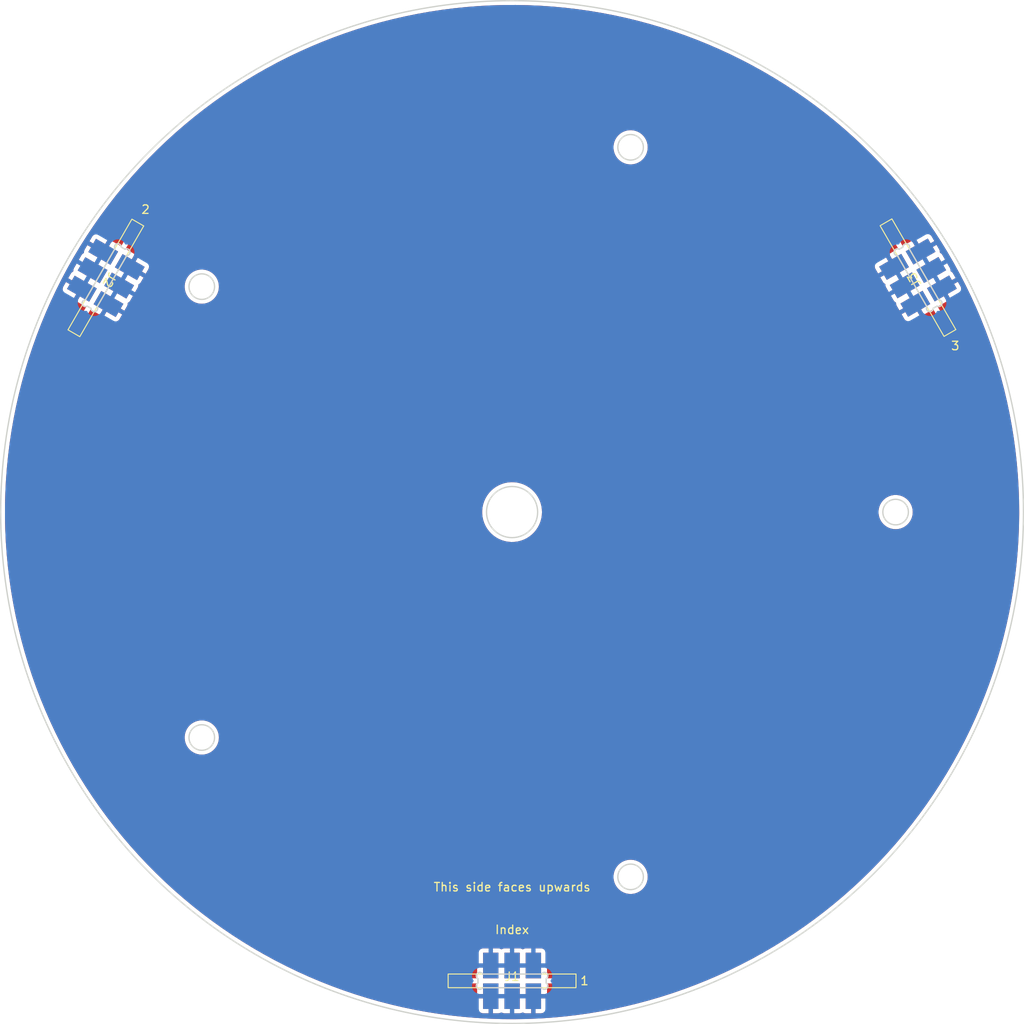
<source format=kicad_pcb>
(kicad_pcb (version 20201002) (generator pcbnew)

  (general
    (thickness 1.6)
  )

  (paper "A4")
  (layers
    (0 "F.Cu" signal)
    (31 "B.Cu" signal)
    (32 "B.Adhes" user "B.Adhesive")
    (33 "F.Adhes" user "F.Adhesive")
    (34 "B.Paste" user)
    (35 "F.Paste" user)
    (36 "B.SilkS" user "B.Silkscreen")
    (37 "F.SilkS" user "F.Silkscreen")
    (38 "B.Mask" user)
    (39 "F.Mask" user)
    (40 "Dwgs.User" user "User.Drawings")
    (41 "Cmts.User" user "User.Comments")
    (42 "Eco1.User" user "User.Eco1")
    (43 "Eco2.User" user "User.Eco2")
    (44 "Edge.Cuts" user)
    (45 "Margin" user)
    (46 "B.CrtYd" user "B.Courtyard")
    (47 "F.CrtYd" user "F.Courtyard")
    (48 "B.Fab" user)
    (49 "F.Fab" user)
  )

  (setup
    (grid_origin 150 100)
    (pcbplotparams
      (layerselection 0x00010fc_ffffffff)
      (usegerberextensions false)
      (usegerberattributes true)
      (usegerberadvancedattributes true)
      (creategerberjobfile true)
      (svguseinch false)
      (svgprecision 6)
      (excludeedgelayer true)
      (plotframeref false)
      (viasonmask false)
      (mode 1)
      (useauxorigin false)
      (hpglpennumber 1)
      (hpglpenspeed 20)
      (hpglpendiameter 15.000000)
      (psnegative false)
      (psa4output false)
      (plotreference true)
      (plotvalue true)
      (plotinvisibletext false)
      (sketchpadsonfab false)
      (subtractmaskfromsilk false)
      (outputformat 1)
      (mirror false)
      (drillshape 1)
      (scaleselection 1)
      (outputdirectory "")
    )
  )


  (net 0 "")
  (net 1 "GND")
  (net 2 "+3V3")
  (net 3 "/mesh_bot_0r")
  (net 4 "/mesh_bot_1r")
  (net 5 "/mesh_bot_1s")
  (net 6 "/mesh_bot_0s")

  (module "common_footprints:8mm_base" (layer "F.Cu") (tedit 5F75A806) (tstamp 6c58a0f3-800e-4f6c-a1ac-f21b7efb9ca5)
    (at 102.338846 72.525064 -120)
    (property "Sheet file" "/home/user/research/rotohsm/prototype/mech_pcbs/rotor_base_outer_pcb/rotor_base_outer_pcb.kicad_sch")
    (property "Sheet name" "")
    (path "/90ce8e7b-4294-4a14-86c3-986f4a1874cf")
    (attr through_hole)
    (fp_text reference "J2" (at 0 -0.5 -120 unlocked) (layer "F.SilkS")
      (effects (font (size 1 1) (thickness 0.15)))
      (tstamp 7c43e2f6-e384-4229-bae8-33aa1a91ea65)
    )
    (fp_text value "8mm_junction" (at 0 1 -120 unlocked) (layer "F.Fab")
      (effects (font (size 1 1) (thickness 0.15)))
      (tstamp e57389ab-a6cf-4936-879a-654a98dc04aa)
    )
    (fp_rect (start 7.5 -0.8) (end -7.5 0.8) (layer "F.SilkS") (width 0.12) (tstamp 3959c011-4997-4e80-939b-d4ca674a947f))
    (fp_rect (start -4 0.8) (end 4 -0.8) (layer "Dwgs.User") (width 0.1) (tstamp c4b8d671-aeb1-4ef0-8940-6abfbae0ba4a))
    (pad "1" smd rect (at -5 1.8 240) (size 1.8 3) (layers "F.Cu" "F.Mask")
      (net 1 "GND") (tstamp 811e3ee4-e415-4b8a-b0cb-743c83da9ad4))
    (pad "2" smd rect (at -2.5 1.8 240) (size 1.8 3) (layers "F.Cu" "F.Mask")
      (net 1 "GND") (tstamp 2387ba1d-6d7e-4400-9c66-6928052d9607))
    (pad "3" smd rect (at 0 1.8 240) (size 1.8 3) (layers "F.Cu" "F.Mask")
      (net 2 "+3V3") (tstamp 3956eb73-cd6f-4091-ae77-c52a877962ac))
    (pad "4" smd rect (at 2.5 1.8 240) (size 1.8 3) (layers "F.Cu" "F.Mask")
      (net 1 "GND") (tstamp e14908cc-fe82-4e62-86f4-9e5d3d365740))
    (pad "5" smd rect (at 5 1.8 240) (size 1.8 3) (layers "F.Cu" "F.Mask")
      (net 1 "GND") (tstamp 4b90ec6b-61d6-409f-b6a3-1b659c167bc7))
    (pad "6" smd rect (at 5 -1.8 240) (size 1.8 3) (layers "F.Cu" "F.Mask")
      (net 1 "GND") (tstamp e116f984-feba-4874-aa1d-7bc1f5e6efff))
    (pad "7" smd rect (at 2.5 -1.8 240) (size 1.8 3) (layers "F.Cu" "F.Mask")
      (net 1 "GND") (tstamp 49ec4d47-bd91-423f-bf2e-7c34460c8b8c))
    (pad "8" smd rect (at 0 -1.8 240) (size 1.8 3) (layers "F.Cu" "F.Mask")
      (net 2 "+3V3") (tstamp a92eb6dd-d348-4a69-b6b4-4498094f1bcb))
    (pad "9" smd rect (at -2.5 -1.8 240) (size 1.8 3) (layers "F.Cu" "F.Mask")
      (net 1 "GND") (tstamp 0e12a9e1-c991-4af4-bf8a-13764d4e7e94))
    (pad "10" smd rect (at -5 -1.8 240) (size 1.8 3) (layers "F.Cu" "F.Mask")
      (net 1 "GND") (tstamp f56243ac-0770-4dae-a43f-1426aeed22f1))
    (pad "11" smd rect (at -2.5 1.8 240) (size 1.8 3) (layers "B.Cu" "B.Mask")
      (net 1 "GND") (solder_mask_margin 0.1) (tstamp d1a3fa65-6038-419d-afde-027055c35b43))
    (pad "12" smd rect (at 0 1.8 240) (size 1.8 3) (layers "B.Cu" "B.Mask")
      (net 1 "GND") (solder_mask_margin 0.1) (tstamp 8b8581fa-fbc0-49e4-af3b-7e4d7ab14652))
    (pad "13" smd rect (at 2.5 1.8 240) (size 1.8 3) (layers "B.Cu" "B.Mask")
      (net 1 "GND") (solder_mask_margin 0.1) (tstamp 67585816-3cba-44d6-853c-6e24e2859e7f))
    (pad "14" smd rect (at 2.5 -1.8 240) (size 1.8 3) (layers "B.Cu" "B.Mask")
      (net 1 "GND") (solder_mask_margin 0.1) (tstamp 4c8be980-dc28-47e7-8af5-83202d040349))
    (pad "15" smd rect (at 0 -1.8 240) (size 1.8 3) (layers "B.Cu" "B.Mask")
      (net 1 "GND") (solder_mask_margin 0.1) (tstamp fca793e8-9c1f-460b-8863-31bab04ee4e4))
    (pad "16" smd rect (at -2.5 -1.8 240) (size 1.8 3) (layers "B.Cu" "B.Mask")
      (net 1 "GND") (solder_mask_margin 0.1) (tstamp 2619f8e9-ee32-4643-8bdd-704e0e787bde))
  )

  (module "common_footprints:8mm_base" (layer "F.Cu") (tedit 5F75A806) (tstamp 79bee6c2-af14-4dc6-8fe9-3d6485e13a7e)
    (at 197.621154 72.494936 120)
    (property "Sheet file" "/home/user/research/rotohsm/prototype/mech_pcbs/rotor_base_outer_pcb/rotor_base_outer_pcb.kicad_sch")
    (property "Sheet name" "")
    (path "/cc85c82c-a09d-441b-9461-2972f916e976")
    (attr through_hole)
    (fp_text reference "J3" (at 0 -0.5 120 unlocked) (layer "F.SilkS")
      (effects (font (size 1 1) (thickness 0.15)))
      (tstamp 67aa7563-a08d-4173-abe8-752caa4d8028)
    )
    (fp_text value "8mm_junction" (at 0 1 120 unlocked) (layer "F.Fab")
      (effects (font (size 1 1) (thickness 0.15)))
      (tstamp 540423ec-a331-4ae5-810a-4cd0bd17b6b2)
    )
    (fp_rect (start 7.5 -0.8) (end -7.5 0.8) (layer "F.SilkS") (width 0.12) (tstamp fe2ba4ae-74c9-4d67-b372-045fc1552fc5))
    (fp_rect (start -4 0.8) (end 4 -0.8) (layer "Dwgs.User") (width 0.1) (tstamp f0124d86-5a9b-4306-970c-9480092494fb))
    (pad "1" smd rect (at -5 1.8 120) (size 1.8 3) (layers "F.Cu" "F.Mask")
      (net 1 "GND") (tstamp 5760b77a-e0fd-4797-8fb5-d4ad8096a269))
    (pad "2" smd rect (at -2.5 1.8 120) (size 1.8 3) (layers "F.Cu" "F.Mask")
      (net 1 "GND") (tstamp 69f7a816-697e-49eb-bbc1-2d350377f67d))
    (pad "3" smd rect (at 0 1.8 120) (size 1.8 3) (layers "F.Cu" "F.Mask")
      (net 2 "+3V3") (tstamp 0b114ec8-7204-411d-b5be-d486841db43b))
    (pad "4" smd rect (at 2.5 1.8 120) (size 1.8 3) (layers "F.Cu" "F.Mask")
      (net 1 "GND") (tstamp 8dbd32ef-2666-46d7-b289-2ec37f4d3310))
    (pad "5" smd rect (at 5 1.8 120) (size 1.8 3) (layers "F.Cu" "F.Mask")
      (net 1 "GND") (tstamp 898b6de5-e100-43cb-914d-5ae15d63389d))
    (pad "6" smd rect (at 5 -1.8 120) (size 1.8 3) (layers "F.Cu" "F.Mask")
      (net 1 "GND") (tstamp e09711ad-af2f-4d1b-8c18-cd2dd9b1ecbe))
    (pad "7" smd rect (at 2.5 -1.8 120) (size 1.8 3) (layers "F.Cu" "F.Mask")
      (net 1 "GND") (tstamp 8eab3a46-229a-4ca7-b6a0-14bfdf0a9cd4))
    (pad "8" smd rect (at 0 -1.8 120) (size 1.8 3) (layers "F.Cu" "F.Mask")
      (net 2 "+3V3") (tstamp f7932a63-5c93-46e8-9add-4454380463a0))
    (pad "9" smd rect (at -2.5 -1.8 120) (size 1.8 3) (layers "F.Cu" "F.Mask")
      (net 1 "GND") (tstamp cefedc61-dbb3-4275-9ada-7dc839a9cdb6))
    (pad "10" smd rect (at -5 -1.8 120) (size 1.8 3) (layers "F.Cu" "F.Mask")
      (net 1 "GND") (tstamp a563da12-cf29-42c7-99e8-4b2e3acc76ae))
    (pad "11" smd rect (at -2.5 1.8 120) (size 1.8 3) (layers "B.Cu" "B.Mask")
      (net 1 "GND") (solder_mask_margin 0.1) (tstamp ff892f00-1abb-4cae-8bee-b372f5ac4e2c))
    (pad "12" smd rect (at 0 1.8 120) (size 1.8 3) (layers "B.Cu" "B.Mask")
      (net 1 "GND") (solder_mask_margin 0.1) (tstamp 8bc863cd-4338-4a08-a2fd-f324c43b8491))
    (pad "13" smd rect (at 2.5 1.8 120) (size 1.8 3) (layers "B.Cu" "B.Mask")
      (net 1 "GND") (solder_mask_margin 0.1) (tstamp 36b20ff6-7435-4c21-93e8-1b4aa16a7459))
    (pad "14" smd rect (at 2.5 -1.8 120) (size 1.8 3) (layers "B.Cu" "B.Mask")
      (net 1 "GND") (solder_mask_margin 0.1) (tstamp b2af4654-f23a-4a3c-b9f7-5d1b0bed13d7))
    (pad "15" smd rect (at 0 -1.8 120) (size 1.8 3) (layers "B.Cu" "B.Mask")
      (net 1 "GND") (solder_mask_margin 0.1) (tstamp 2c9f7673-d4dd-4558-bb65-2949d8e5f327))
    (pad "16" smd rect (at -2.5 -1.8 120) (size 1.8 3) (layers "B.Cu" "B.Mask")
      (net 1 "GND") (solder_mask_margin 0.1) (tstamp f9999b5c-5ba4-4f48-8c82-d845ea28364a))
  )

  (module "common_footprints:8mm_base" (layer "F.Cu") (tedit 5F75A806) (tstamp c2ba18fe-9030-485a-9b3c-eec7e1148c03)
    (at 150 155)
    (property "Sheet file" "/home/user/research/rotohsm/prototype/mech_pcbs/rotor_base_outer_pcb/rotor_base_outer_pcb.kicad_sch")
    (property "Sheet name" "")
    (path "/4bbe63be-1229-420f-b1bb-4e69573013e8")
    (attr through_hole)
    (fp_text reference "J1" (at 0 -0.5 unlocked) (layer "F.SilkS")
      (effects (font (size 1 1) (thickness 0.15)))
      (tstamp b48b2bfd-a1b1-4333-a131-9e941de3ee3a)
    )
    (fp_text value "8mm_junction" (at 0 1 unlocked) (layer "F.Fab")
      (effects (font (size 1 1) (thickness 0.15)))
      (tstamp 6f1ceed2-097c-484c-bc61-527809cc9c75)
    )
    (fp_rect (start 7.5 -0.8) (end -7.5 0.8) (layer "F.SilkS") (width 0.12) (tstamp 9029a2dd-95d7-4f29-8c02-7093cec0d268))
    (fp_rect (start -4 0.8) (end 4 -0.8) (layer "Dwgs.User") (width 0.1) (tstamp 3974f20e-8b98-4eb2-8c88-46edbcf6e688))
    (pad "1" smd rect (at -5 1.8) (size 1.8 3) (layers "F.Cu" "F.Mask")
      (net 1 "GND") (tstamp 2fec7686-9208-462c-b2e7-09d9e7f83b3f))
    (pad "2" smd rect (at -2.5 1.8) (size 1.8 3) (layers "F.Cu" "F.Mask")
      (net 1 "GND") (tstamp 9ae73742-cc73-46c9-8da4-dec4bf200ca1))
    (pad "3" smd rect (at 0 1.8) (size 1.8 3) (layers "F.Cu" "F.Mask")
      (net 2 "+3V3") (tstamp 8ee21e78-4e38-4f2c-a236-ea0bae0c1228))
    (pad "4" smd rect (at 2.5 1.8) (size 1.8 3) (layers "F.Cu" "F.Mask")
      (net 1 "GND") (tstamp 77119b26-39cb-4d07-a1d6-a925b50ca9cd))
    (pad "5" smd rect (at 5 1.8) (size 1.8 3) (layers "F.Cu" "F.Mask")
      (net 1 "GND") (tstamp 7b03a213-a2bb-4d4b-96bc-91fccdab292a))
    (pad "6" smd rect (at 5 -1.8) (size 1.8 3) (layers "F.Cu" "F.Mask")
      (net 3 "/mesh_bot_0r") (tstamp 7e6640c4-db44-46f9-b70e-90c9a33873e3))
    (pad "7" smd rect (at 2.5 -1.8) (size 1.8 3) (layers "F.Cu" "F.Mask")
      (net 4 "/mesh_bot_1r") (tstamp 4f4d1d83-ebfc-4b11-b99c-bca2060ebf85))
    (pad "8" smd rect (at 0 -1.8) (size 1.8 3) (layers "F.Cu" "F.Mask")
      (net 2 "+3V3") (tstamp b7ae5aa2-9e17-4999-95f7-2fe04f52017a))
    (pad "9" smd rect (at -2.5 -1.8) (size 1.8 3) (layers "F.Cu" "F.Mask")
      (net 5 "/mesh_bot_1s") (tstamp 2776d8db-51d3-453b-9294-e1b5c188d07d))
    (pad "10" smd rect (at -5 -1.8) (size 1.8 3) (layers "F.Cu" "F.Mask")
      (net 6 "/mesh_bot_0s") (tstamp 7d04073e-1344-4a38-8b62-e0bc96acb451))
    (pad "11" smd rect (at -2.5 1.8) (size 1.8 3) (layers "B.Cu" "B.Mask")
      (net 1 "GND") (solder_mask_margin 0.1) (tstamp 7763ec77-e227-469f-91bd-0e2d422809f1))
    (pad "12" smd rect (at 0 1.8) (size 1.8 3) (layers "B.Cu" "B.Mask")
      (net 1 "GND") (solder_mask_margin 0.1) (tstamp 49d4c3ce-8952-4145-b5e5-61010f081bd5))
    (pad "13" smd rect (at 2.5 1.8) (size 1.8 3) (layers "B.Cu" "B.Mask")
      (net 1 "GND") (solder_mask_margin 0.1) (tstamp cd5df73c-85d9-4fa2-a8b3-707a7347948d))
    (pad "14" smd rect (at 2.5 -1.8) (size 1.8 3) (layers "B.Cu" "B.Mask")
      (net 1 "GND") (solder_mask_margin 0.1) (tstamp 11d2a11d-2777-4251-bf99-87694a1a5c3b))
    (pad "15" smd rect (at 0 -1.8) (size 1.8 3) (layers "B.Cu" "B.Mask")
      (net 1 "GND") (solder_mask_margin 0.1) (tstamp a0813388-0b6e-4ab3-816c-38a2d84120d8))
    (pad "16" smd rect (at -2.5 -1.8) (size 1.8 3) (layers "B.Cu" "B.Mask")
      (net 1 "GND") (solder_mask_margin 0.1) (tstamp 7ca162a6-26ce-4597-881b-92fa5d28d6a1))
  )

  (gr_line (start 196.597 69.109) (end 200.051 75.091) (angle 90) (layer "Edge.Cuts") (width 0.16) (tstamp 009f4c3a-81e8-4467-be10-aaee602ede3a))
  (gr_arc (start 103.749 68.909) (end 104.149 68.909) (angle -210) (layer "Edge.Cuts") (width 0.16) (tstamp 08c19962-4300-4359-bc5d-24e5e042b612))
  (gr_arc (start 153.8 155.6) (end 153.454 155.8) (angle -210) (layer "Edge.Cuts") (width 0.16) (tstamp 0ce0df81-e39a-4886-a77c-74a43cc2e311))
  (gr_circle (center 195 100) (end 193.5 100) (layer "Edge.Cuts") (width 0.16) (tstamp 0dd87628-9cb1-4459-ad90-d666dec7d38c))
  (gr_arc (start 104.788 69.509) (end 104.788 69.909) (angle -210) (layer "Edge.Cuts") (width 0.16) (tstamp 0fad9e53-908d-4631-9a60-161e4798ee40))
  (gr_line (start 100.588 76.091) (end 100.149 75.837) (angle 90) (layer "Edge.Cuts") (width 0.16) (tstamp 11e064cc-b05e-4b79-8000-0b5acec7cad7))
  (gr_circle (center 150 100) (end 90 100) (layer "Edge.Cuts") (width 0.16) (tstamp 27da73af-7237-4b0f-8fc1-da34b07631b0))
  (gr_line (start 146 154.746) (end 146 155.254) (angle 90) (layer "Edge.Cuts") (width 0.16) (tstamp 28565b0c-9714-48fe-aa50-7a214c0a3079))
  (gr_circle (center 163.906 57.202) (end 162.406 57.202) (layer "Edge.Cuts") (width 0.16) (tstamp 5727152b-4cf1-4e80-aa76-7c462b862b26))
  (gr_line (start 195.412 69.163) (end 195.851 68.909) (angle 90) (layer "Edge.Cuts") (width 0.16) (tstamp 57ca0ad0-dccb-4769-80cb-de27d5a9408c))
  (gr_line (start 153.454 154.2) (end 146.546 154.2) (angle 90) (layer "Edge.Cuts") (width 0.16) (tstamp 5a486702-6b80-47b3-91cf-414aa5956730))
  (gr_arc (start 100.988 76.091) (end 100.588 76.091) (angle -210) (layer "Edge.Cuts") (width 0.16) (tstamp 68388e4e-ba6b-4e9c-b7b5-863db7923b5a))
  (gr_circle (center 163.906 142.798) (end 162.406 142.798) (layer "Edge.Cuts") (width 0.16) (tstamp 69d40e18-9782-44e2-b502-5e05f38faff1))
  (gr_circle (center 113.594 126.45) (end 112.094 126.45) (layer "Edge.Cuts") (width 0.16) (tstamp 747f716b-8180-4bc5-9537-1c939f6ee89f))
  (gr_arc (start 199.012 76.091) (end 198.665 75.891) (angle -210) (layer "Edge.Cuts") (width 0.16) (tstamp 75131155-2c56-48f9-b650-4320ead14780))
  (gr_line (start 195.212 69.909) (end 198.665 75.891) (angle 90) (layer "Edge.Cuts") (width 0.16) (tstamp 7ccc2921-4952-4dc2-96a6-d1325ad6a170))
  (gr_arc (start 99.949 75.491) (end 99.949 75.091) (angle -210) (layer "Edge.Cuts") (width 0.16) (tstamp 7ec11527-7262-4bb4-8b2e-8207d69bddca))
  (gr_line (start 154 154.746) (end 154 155.254) (angle 90) (layer "Edge.Cuts") (width 0.16) (tstamp 8ad726f6-eeb9-4878-a786-0aabbe3d1d3d))
  (gr_circle (center 150 100) (end 147 100) (layer "Edge.Cuts") (width 0.16) (tstamp 8e83ae77-b05b-4c15-89e2-6d6d2b038e76))
  (gr_arc (start 196.251 68.909) (end 196.597 69.109) (angle -210) (layer "Edge.Cuts") (width 0.16) (tstamp 942bc783-d2e8-46ba-8eee-7514de43ce13))
  (gr_line (start 199.412 76.091) (end 199.851 75.837) (angle 90) (layer "Edge.Cuts") (width 0.16) (tstamp b401dc48-9dde-40a7-aa6d-d1e90ab9aca3))
  (gr_arc (start 153.8 154.4) (end 154 154.746) (angle -210) (layer "Edge.Cuts") (width 0.16) (tstamp bfe76ac1-5e71-48e7-8b34-49efd0a00a5a))
  (gr_circle (center 113.594 73.55) (end 112.094 73.55) (layer "Edge.Cuts") (width 0.16) (tstamp c171294a-f638-4303-891d-ff2f9e204bad))
  (gr_line (start 101.335 75.891) (end 104.788 69.909) (angle 90) (layer "Edge.Cuts") (width 0.16) (tstamp ca1f42b1-aa0b-4079-bbeb-5aead24fabd9))
  (gr_arc (start 195.212 69.509) (end 195.412 69.163) (angle -210) (layer "Edge.Cuts") (width 0.16) (tstamp cd9659b8-e581-4cf8-8548-0232b9076e62))
  (gr_arc (start 200.051 75.491) (end 199.851 75.837) (angle -210) (layer "Edge.Cuts") (width 0.16) (tstamp cde42b1c-9f01-40a4-84f3-fbacf5ccad30))
  (gr_line (start 99.949 75.091) (end 103.403 69.109) (angle 90) (layer "Edge.Cuts") (width 0.16) (tstamp d46cdc3d-5f4e-4c17-8a54-b49a00a3ee6b))
  (gr_arc (start 146.2 154.4) (end 146.546 154.2) (angle -210) (layer "Edge.Cuts") (width 0.16) (tstamp dbadaec7-ba1b-4770-a9c8-d94cf8a20edf))
  (gr_line (start 153.454 155.8) (end 146.546 155.8) (angle 90) (layer "Edge.Cuts") (width 0.16) (tstamp e8e55a62-97f5-4fd8-afa3-40b7a91dce06))
  (gr_arc (start 146.2 155.6) (end 146 155.254) (angle -210) (layer "Edge.Cuts") (width 0.16) (tstamp eaadbf76-b18f-49d4-bbbd-98ee2f2307e7))
  (gr_line (start 104.588 69.163) (end 104.149 68.909) (angle 90) (layer "Edge.Cuts") (width 0.16) (tstamp fc01dc19-4112-4ae6-9ce4-0cefbde742ac))
  (gr_text "3" (at 202 80.5) (layer "F.SilkS") (tstamp 1529e66e-5a32-4bb9-8fdc-87962dbe1e5b)
    (effects (font (size 1 1) (thickness 0.15)))
  )
  (gr_text "This side faces upwards" (at 150 144) (layer "F.SilkS") (tstamp 4bc70fd9-a2f5-44f1-9cb2-24eed971780b)
    (effects (font (size 1 1) (thickness 0.15)))
  )
  (gr_text "Index" (at 150 149) (layer "F.SilkS") (tstamp b782d5b0-5eba-425e-af6b-51c0fe61adf0)
    (effects (font (size 1 1) (thickness 0.15)))
  )
  (gr_text "1" (at 158.5 155) (layer "F.SilkS") (tstamp e616e787-aad5-466a-80bd-017bfe6fd9c8)
    (effects (font (size 1 1) (thickness 0.15)))
  )
  (gr_text "2" (at 107 64.5) (layer "F.SilkS") (tstamp e9d757cc-e743-48c2-98e6-1741f0678294)
    (effects (font (size 1 1) (thickness 0.15)))
  )

  (zone (net 1) (net_name "GND") (layers F&B.Cu) (tstamp a82d6f70-b24d-4d22-b7e9-e4283cdfa592) (hatch edge 0.508)
    (connect_pads (clearance 0.508))
    (min_thickness 0.254)
    (fill yes (thermal_gap 0.508) (thermal_bridge_width 0.508))
    (polygon
      (pts
        (xy 210 160)
        (xy 90 160)
        (xy 90 40)
        (xy 210 40)
      )
    )
    (filled_polygon
      (layer "F.Cu")
      (pts
        (xy 151.864884 40.658806)
        (xy 153.314156 40.722082)
        (xy 154.761452 40.820748)
        (xy 156.205913 40.954747)
        (xy 157.646636 41.123994)
        (xy 159.082847 41.328397)
        (xy 160.5136 41.567823)
        (xy 161.938091 41.842136)
        (xy 163.355469 42.151174)
        (xy 164.764815 42.494736)
        (xy 166.165444 42.872655)
        (xy 167.556317 43.28465)
        (xy 168.93677 43.730525)
        (xy 170.305904 44.209989)
        (xy 171.662908 44.722758)
        (xy 173.006991 45.268533)
        (xy 174.337333 45.846983)
        (xy 175.65316 46.457768)
        (xy 176.953619 47.100495)
        (xy 178.238068 47.774847)
        (xy 179.505579 48.480335)
        (xy 180.75553 49.216611)
        (xy 181.987059 49.983171)
        (xy 183.199576 50.779645)
        (xy 184.392186 51.605448)
        (xy 185.564324 52.460185)
        (xy 186.715221 53.343299)
        (xy 187.844192 54.254265)
        (xy 188.950541 55.192517)
        (xy 190.033653 56.157535)
        (xy 191.092861 57.148725)
        (xy 192.127579 58.165538)
        (xy 193.137104 59.207287)
        (xy 194.120876 60.27339)
        (xy 195.078291 61.363193)
        (xy 196.008834 62.47611)
        (xy 196.911895 63.611413)
        (xy 197.786938 64.768428)
        (xy 198.633477 65.946511)
        (xy 199.450934 67.144859)
        (xy 200.238894 68.362859)
        (xy 200.996884 69.599786)
        (xy 201.724396 70.85481)
        (xy 202.421018 72.127217)
        (xy 203.086386 73.416343)
        (xy 203.720026 74.721274)
        (xy 204.321596 76.041298)
        (xy 204.890752 77.375665)
        (xy 205.427131 78.723527)
        (xy 205.930408 80.084063)
        (xy 206.400315 81.456549)
        (xy 206.836525 82.840032)
        (xy 207.238812 84.233785)
        (xy 207.606933 85.636978)
        (xy 207.940661 87.048748)
        (xy 208.239788 88.468211)
        (xy 208.504151 89.894582)
        (xy 208.733582 91.326971)
        (xy 208.927952 92.764562)
        (xy 209.087137 94.206433)
        (xy 209.211051 95.651834)
        (xy 209.299611 97.099781)
        (xy 209.352767 98.549418)
        (xy 209.370498 100.000675)
        (xy 209.370139 100.206629)
        (xy 209.347343 101.657722)
        (xy 209.289126 103.107207)
        (xy 209.195512 104.554837)
        (xy 209.066556 105.999756)
        (xy 208.902335 107.441103)
        (xy 208.702954 108.877973)
        (xy 208.468516 110.309593)
        (xy 208.199185 111.734992)
        (xy 207.895096 113.153441)
        (xy 207.556439 114.564046)
        (xy 207.183433 115.965907)
        (xy 206.776284 117.358249)
        (xy 206.335243 118.740213)
        (xy 205.860553 120.111038)
        (xy 205.35251 121.469857)
        (xy 204.81145 122.815787)
        (xy 204.237642 124.148155)
        (xy 203.631452 125.466106)
        (xy 202.99326 126.768818)
        (xy 202.323439 128.055532)
        (xy 201.622326 129.325596)
        (xy 200.890437 130.578074)
        (xy 200.128181 131.81227)
        (xy 199.335944 133.02756)
        (xy 198.51429 134.223073)
        (xy 197.663684 135.39814)
        (xy 196.784573 136.552139)
        (xy 195.877574 137.684258)
        (xy 194.943152 138.79392)
        (xy 193.981939 139.880374)
        (xy 192.994432 140.943058)
        (xy 191.981277 141.981277)
        (xy 190.943058 142.994432)
        (xy 189.880374 143.981939)
        (xy 188.79392 144.943152)
        (xy 187.684258 145.877574)
        (xy 186.552139 146.784573)
        (xy 185.39814 147.663684)
        (xy 184.223073 148.51429)
        (xy 183.02756 149.335944)
        (xy 181.81227 150.128181)
        (xy 180.578074 150.890437)
        (xy 179.325596 151.622326)
        (xy 178.055532 152.323439)
        (xy 176.768818 152.99326)
        (xy 175.466106 153.631452)
        (xy 174.148155 154.237642)
        (xy 172.815787 154.81145)
        (xy 171.469857 155.35251)
        (xy 170.111038 155.860553)
        (xy 168.740213 156.335243)
        (xy 167.358249 156.776284)
        (xy 165.965907 157.183433)
        (xy 164.564046 157.556439)
        (xy 163.153441 157.895096)
        (xy 161.734992 158.199185)
        (xy 160.309593 158.468516)
        (xy 158.877973 158.702954)
        (xy 157.441103 158.902335)
        (xy 155.999756 159.066556)
        (xy 154.554837 159.195512)
        (xy 153.107207 159.289126)
        (xy 151.657722 159.347343)
        (xy 150.207253 159.37013)
        (xy 148.756656 159.35747)
        (xy 147.306764 159.309373)
        (xy 145.858513 159.225867)
        (xy 144.412773 159.107005)
        (xy 142.970279 158.952847)
        (xy 141.53206 158.763502)
        (xy 140.098871 158.53907)
        (xy 138.671554 158.279683)
        (xy 137.251064 157.985513)
        (xy 135.838167 157.656723)
        (xy 134.43367 157.293495)
        (xy 133.592919 157.054)
        (xy 143.461 157.054)
        (xy 143.461 158.3)
        (xy 143.46388 158.326783)
        (xy 143.510239 158.539891)
        (xy 143.527361 158.581228)
        (xy 143.606302 158.704064)
        (xy 143.629788 158.731169)
        (xy 143.740139 158.826788)
        (xy 143.770309 158.846177)
        (xy 143.903129 158.906834)
        (xy 143.937539 158.916938)
        (xy 144.082068 158.937718)
        (xy 144.1 158.939)
        (xy 144.746 158.939)
        (xy 144.814121 158.918998)
        (xy 144.860614 158.865342)
        (xy 144.872 158.813)
        (xy 144.872 157.054)
        (xy 145.128 157.054)
        (xy 145.128 158.813)
        (xy 145.148002 158.881121)
        (xy 145.201658 158.927614)
        (xy 145.254 158.939)
        (xy 145.9 158.939)
        (xy 145.926783 158.93612)
        (xy 146.139891 158.889761)
        (xy 146.181228 158.872639)
        (xy 146.246357 158.830784)
        (xy 146.270309 158.846177)
        (xy 146.403129 158.906834)
        (xy 146.437539 158.916938)
        (xy 146.582068 158.937718)
        (xy 146.6 158.939)
        (xy 147.246 158.939)
        (xy 147.314121 158.918998)
        (xy 147.360614 158.865342)
        (xy 147.372 158.813)
        (xy 147.372 157.054)
        (xy 147.351998 156.985879)
        (xy 147.298342 156.939386)
        (xy 147.246 156.928)
        (xy 145.254 156.928)
        (xy 145.185879 156.948002)
        (xy 145.139386 157.001658)
        (xy 145.128 157.054)
        (xy 144.872 157.054)
        (xy 144.851998 156.985879)
        (xy 144.798342 156.939386)
        (xy 144.746 156.928)
        (xy 143.587 156.928)
        (xy 143.518879 156.948002)
        (xy 143.472386 157.001658)
        (xy 143.461 157.054)
        (xy 133.592919 157.054)
        (xy 133.038558 156.896086)
        (xy 131.653485 156.464684)
        (xy 130.279454 155.999601)
        (xy 128.917135 155.501062)
        (xy 127.567389 154.969383)
        (xy 126.231098 154.404912)
        (xy 124.908947 153.807937)
        (xy 123.601794 153.178848)
        (xy 122.310386 152.518001)
        (xy 121.035524 151.825807)
        (xy 120.816739 151.7)
        (xy 143.461 151.7)
        (xy 143.461 154.7)
        (xy 143.46388 154.726783)
        (xy 143.510239 154.939891)
        (xy 143.527361 154.981229)
        (xy 143.539915 155.000763)
        (xy 143.493166 155.103129)
        (xy 143.483062 155.137539)
        (xy 143.462282 155.282068)
        (xy 143.461 155.3)
        (xy 143.461 156.546)
        (xy 143.481002 156.614121)
        (xy 143.534658 156.660614)
        (xy 143.587 156.672)
        (xy 147.628 156.672)
        (xy 147.628 158.813)
        (xy 147.648002 158.881121)
        (xy 147.701658 158.927614)
        (xy 147.754 158.939)
        (xy 148.4 158.939)
        (xy 148.426783 158.93612)
        (xy 148.639891 158.889761)
        (xy 148.681228 158.872639)
        (xy 148.746357 158.830784)
        (xy 148.770309 158.846177)
        (xy 148.903129 158.906834)
        (xy 148.937539 158.916938)
        (xy 149.082068 158.937718)
        (xy 149.1 158.939)
        (xy 150.9 158.939)
        (xy 150.926783 158.93612)
        (xy 151.139891 158.889761)
        (xy 151.181228 158.872639)
        (xy 151.246357 158.830784)
        (xy 151.270309 158.846177)
        (xy 151.403129 158.906834)
        (xy 151.437539 158.916938)
        (xy 151.582068 158.937718)
        (xy 151.6 158.939)
        (xy 152.246 158.939)
        (xy 152.314121 158.918998)
        (xy 152.360614 158.865342)
        (xy 152.372 158.813)
        (xy 152.372 157.054)
        (xy 152.628 157.054)
        (xy 152.628 158.813)
        (xy 152.648002 158.881121)
        (xy 152.701658 158.927614)
        (xy 152.754 158.939)
        (xy 153.4 158.939)
        (xy 153.426783 158.93612)
        (xy 153.639891 158.889761)
        (xy 153.681228 158.872639)
        (xy 153.746357 158.830784)
        (xy 153.770309 158.846177)
        (xy 153.903129 158.906834)
        (xy 153.937539 158.916938)
        (xy 154.082068 158.937718)
        (xy 154.1 158.939)
        (xy 154.746 158.939)
        (xy 154.814121 158.918998)
        (xy 154.860614 158.865342)
        (xy 154.872 158.813)
        (xy 154.872 157.054)
        (xy 155.128 157.054)
        (xy 155.128 158.813)
        (xy 155.148002 158.881121)
        (xy 155.201658 158.927614)
        (xy 155.254 158.939)
        (xy 155.9 158.939)
        (xy 155.926783 158.93612)
        (xy 156.139891 158.889761)
        (xy 156.181228 158.872639)
        (xy 156.304064 158.793698)
        (xy 156.331169 158.770212)
        (xy 156.426788 158.659861)
        (xy 156.446177 158.629691)
        (xy 156.506834 158.496871)
        (xy 156.516938 158.462461)
        (xy 156.537718 158.317932)
        (xy 156.539 158.3)
        (xy 156.539 157.054)
        (xy 156.518998 156.985879)
        (xy 156.465342 156.939386)
        (xy 156.413 156.928)
        (xy 155.254 156.928)
        (xy 155.185879 156.948002)
        (xy 155.139386 157.001658)
        (xy 155.128 157.054)
        (xy 154.872 157.054)
        (xy 154.851998 156.985879)
        (xy 154.798342 156.939386)
        (xy 154.746 156.928)
        (xy 152.754 156.928)
        (xy 152.685879 156.948002)
        (xy 152.639386 157.001658)
        (xy 152.628 157.054)
        (xy 152.372 157.054)
        (xy 152.372 156.672)
        (xy 156.413 156.672)
        (xy 156.481121 156.651998)
        (xy 156.527614 156.598342)
        (xy 156.539 156.546)
        (xy 156.539 155.3)
        (xy 156.53612 155.273217)
        (xy 156.489761 155.060109)
        (xy 156.472639 155.018771)
        (xy 156.460085 154.999237)
        (xy 156.506834 154.896871)
        (xy 156.516938 154.862461)
        (xy 156.537718 154.717932)
        (xy 156.539 154.7)
        (xy 156.539 151.7)
        (xy 156.53612 151.673217)
        (xy 156.489761 151.460109)
        (xy 156.472639 151.418772)
        (xy 156.393698 151.295936)
        (xy 156.370212 151.268831)
        (xy 156.259861 151.173212)
        (xy 156.229691 151.153823)
        (xy 156.096871 151.093166)
        (xy 156.062461 151.083062)
        (xy 155.917932 151.062282)
        (xy 155.9 151.061)
        (xy 154.1 151.061)
        (xy 154.073217 151.06388)
        (xy 153.860109 151.110239)
        (xy 153.818772 151.127361)
        (xy 153.753643 151.169216)
        (xy 153.729691 151.153823)
        (xy 153.596871 151.093166)
        (xy 153.562461 151.083062)
        (xy 153.417932 151.062282)
        (xy 153.4 151.061)
        (xy 151.6 151.061)
        (xy 151.573217 151.06388)
        (xy 151.360109 151.110239)
        (xy 151.318772 151.127361)
        (xy 151.253643 151.169216)
        (xy 151.229691 151.153823)
        (xy 151.096871 151.093166)
        (xy 151.062461 151.083062)
        (xy 150.917932 151.062282)
        (xy 150.9 151.061)
        (xy 149.1 151.061)
        (xy 149.073217 151.06388)
        (xy 148.860109 151.110239)
        (xy 148.818772 151.127361)
        (xy 148.753643 151.169216)
        (xy 148.729691 151.153823)
        (xy 148.596871 151.093166)
        (xy 148.562461 151.083062)
        (xy 148.417932 151.062282)
        (xy 148.4 151.061)
        (xy 146.6 151.061)
        (xy 146.573217 151.06388)
        (xy 146.360109 151.110239)
        (xy 146.318772 151.127361)
        (xy 146.253643 151.169216)
        (xy 146.229691 151.153823)
        (xy 146.096871 151.093166)
        (xy 146.062461 151.083062)
        (xy 145.917932 151.062282)
        (xy 145.9 151.061)
        (xy 144.1 151.061)
        (xy 144.073217 151.06388)
        (xy 143.860109 151.110239)
        (xy 143.818772 151.127361)
        (xy 143.695936 151.206302)
        (xy 143.668831 151.229788)
        (xy 143.573212 151.340139)
        (xy 143.553823 151.370309)
        (xy 143.493166 151.503129)
        (xy 143.483062 151.537539)
        (xy 143.462282 151.682068)
        (xy 143.461 151.7)
        (xy 120.816739 151.7)
        (xy 119.777967 151.10268)
        (xy 118.538419 150.349023)
        (xy 117.317706 149.565339)
        (xy 116.116475 148.752044)
        (xy 114.935426 147.90961)
        (xy 113.775389 147.038631)
        (xy 112.636935 146.139534)
        (xy 111.520801 145.212901)
        (xy 110.427639 144.259275)
        (xy 109.358107 143.279229)
        (xy 108.712082 142.657545)
        (xy 161.771405 142.657545)
        (xy 161.771405 142.938455)
        (xy 161.772631 142.955991)
        (xy 161.811726 143.234166)
        (xy 161.815381 143.25136)
        (xy 161.89281 143.521388)
        (xy 161.898822 143.537907)
        (xy 162.013078 143.79453)
        (xy 162.021331 143.810051)
        (xy 162.17019 144.048276)
        (xy 162.180522 144.062497)
        (xy 162.361087 144.277686)
        (xy 162.373299 144.290331)
        (xy 162.582056 144.478296)
        (xy 162.595908 144.489119)
        (xy 162.828792 144.646201)
        (xy 162.844015 144.65499)
        (xy 163.096495 144.778133)
        (xy 163.112794 144.784718)
        (xy 163.379954 144.871523)
        (xy 163.39701 144.875776)
        (xy 163.673652 144.924556)
        (xy 163.691135 144.926393)
        (xy 163.971873 144.936196)
        (xy 163.989441 144.935583)
        (xy 164.268812 144.90622)
        (xy 164.286123 144.903167)
        (xy 164.558688 144.835209)
        (xy 164.575406 144.829777)
        (xy 164.83586 144.724547)
        (xy 164.85166 144.716841)
        (xy 165.094935 144.576386)
        (xy 165.109508 144.566556)
        (xy 165.330867 144.393611)
        (xy 165.343931 144.381849)
        (xy 165.539067 144.17978)
        (xy 165.550366 144.166314)
        (xy 165.715481 143.939053)
        (xy 165.724796 143.924145)
        (xy 165.856675 143.676117)
        (xy 165.863825 143.660058)
        (xy 165.959901 143.39609)
        (xy 165.964747 143.379193)
        (xy 166.023152 143.104422)
        (xy 166.025598 143.087014)
        (xy 166.045193 142.806789)
        (xy 166.045193 142.789211)
        (xy 166.025598 142.508986)
        (xy 166.023152 142.491578)
        (xy 165.964747 142.216807)
        (xy 165.959901 142.19991)
        (xy 165.863825 141.935942)
        (xy 165.856675 141.919883)
        (xy 165.724796 141.671855)
        (xy 165.715481 141.656947)
        (xy 165.550366 141.429686)
        (xy 165.539067 141.41622)
        (xy 165.343931 141.214151)
        (xy 165.330867 141.202389)
        (xy 165.109508 141.029444)
        (xy 165.094935 141.019614)
        (xy 164.85166 140.879159)
        (xy 164.83586 140.871453)
        (xy 164.575406 140.766223)
        (xy 164.558688 140.760791)
        (xy 164.286123 140.692833)
        (xy 164.268812 140.68978)
        (xy 163.989441 140.660417)
        (xy 163.971873 140.659804)
        (xy 163.691135 140.669607)
        (xy 163.673652 140.671444)
        (xy 163.39701 140.720224)
        (xy 163.379954 140.724477)
        (xy 163.112794 140.811282)
        (xy 163.096495 140.817867)
        (xy 162.844015 140.94101)
        (xy 162.828792 140.949799)
        (xy 162.595908 141.106881)
        (xy 162.582056 141.117704)
        (xy 162.373299 141.305669)
        (xy 162.361087 141.318314)
        (xy 162.180522 141.533503)
        (xy 162.17019 141.547724)
        (xy 162.021331 141.785949)
        (xy 162.013078 141.80147)
        (xy 161.898822 142.058093)
        (xy 161.89281 142.074612)
        (xy 161.815381 142.34464)
        (xy 161.811726 142.361834)
        (xy 161.772631 142.640009)
        (xy 161.771405 142.657545)
        (xy 108.712082 142.657545)
        (xy 108.312842 142.273349)
        (xy 107.292423 141.242187)
        (xy 106.297561 140.186465)
        (xy 105.328749 139.106707)
        (xy 104.386641 138.003641)
        (xy 103.471724 136.877836)
        (xy 102.584633 135.730074)
        (xy 101.725796 134.560907)
        (xy 100.895835 133.371187)
        (xy 100.095132 132.161458)
        (xy 99.324268 130.932594)
        (xy 98.583661 129.68527)
        (xy 97.873708 128.420148)
        (xy 97.194928 127.138156)
        (xy 96.781798 126.309545)
        (xy 111.459405 126.309545)
        (xy 111.459405 126.590455)
        (xy 111.460631 126.607991)
        (xy 111.499726 126.886166)
        (xy 111.503381 126.90336)
        (xy 111.58081 127.173388)
        (xy 111.586822 127.189907)
        (xy 111.701078 127.44653)
        (xy 111.709331 127.462051)
        (xy 111.85819 127.700276)
        (xy 111.868522 127.714497)
        (xy 112.049087 127.929686)
        (xy 112.061299 127.942331)
        (xy 112.270056 128.130296)
        (xy 112.283908 128.141119)
        (xy 112.516792 128.298201)
        (xy 112.532015 128.30699)
        (xy 112.784495 128.430133)
        (xy 112.800794 128.436718)
        (xy 113.067954 128.523523)
        (xy 113.08501 128.527776)
        (xy 113.361652 128.576556)
        (xy 113.379135 128.578393)
        (xy 113.659873 128.588196)
        (xy 113.677441 128.587583)
        (xy 113.956812 128.55822)
        (xy 113.974123 128.555167)
        (xy 114.246688 128.487209)
        (xy 114.263406 128.481777)
        (xy 114.52386 128.376547)
        (xy 114.53966 128.368841)
        (xy 114.782935 128.228386)
        (xy 114.797508 128.218556)
        (xy 115.018867 128.045611)
        (xy 115.031931 128.033849)
        (xy 115.227067 127.83178)
        (xy 115.238366 127.818314)
        (xy 115.403481 127.591053)
        (xy 115.412796 127.576145)
        (xy 115.544675 127.328117)
        (xy 115.551825 127.312058)
        (xy 115.647901 127.04809)
        (xy 115.652747 127.031193)
        (xy 115.711152 126.756422)
        (xy 115.713598 126.739014)
        (xy 115.733193 126.458789)
        (xy 115.733193 126.441211)
        (xy 115.713598 126.160986)
        (xy 115.711152 126.143578)
        (xy 115.652747 125.868807)
        (xy 115.647901 125.85191)
        (xy 115.551825 125.587942)
        (xy 115.544675 125.571883)
        (xy 115.412796 125.323855)
        (xy 115.403481 125.308947)
        (xy 115.238366 125.081686)
        (xy 115.227067 125.06822)
        (xy 115.031931 124.866151)
        (xy 115.018867 124.854389)
        (xy 114.797508 124.681444)
        (xy 114.782935 124.671614)
        (xy 114.53966 124.531159)
        (xy 114.52386 124.523453)
        (xy 114.263406 124.418223)
        (xy 114.246688 124.412791)
        (xy 113.974123 124.344833)
        (xy 113.956812 124.34178)
        (xy 113.677441 124.312417)
        (xy 113.659873 124.311804)
        (xy 113.379135 124.321607)
        (xy 113.361652 124.323444)
        (xy 113.08501 124.372224)
        (xy 113.067954 124.376477)
        (xy 112.800794 124.463282)
        (xy 112.784495 124.469867)
        (xy 112.532015 124.59301)
        (xy 112.516792 124.601799)
        (xy 112.283908 124.758881)
        (xy 112.270056 124.769704)
        (xy 112.061299 124.957669)
        (xy 112.049087 124.970314)
        (xy 111.868522 125.185503)
        (xy 111.85819 125.199724)
        (xy 111.709331 125.437949)
        (xy 111.701078 125.45347)
        (xy 111.586822 125.710093)
        (xy 111.58081 125.726612)
        (xy 111.503381 125.99664)
        (xy 111.499726 126.013834)
        (xy 111.460631 126.292009)
        (xy 111.459405 126.309545)
        (xy 96.781798 126.309545)
        (xy 96.547632 125.839883)
        (xy 95.93225 124.526181)
        (xy 95.349175 123.197901)
        (xy 94.798725 121.855765)
        (xy 94.28121 120.500525)
        (xy 93.796964 119.13306)
        (xy 93.346287 117.754209)
        (xy 92.929417 116.364707)
        (xy 92.546631 114.965483)
        (xy 92.198141 113.557297)
        (xy 91.884167 112.141052)
        (xy 91.604881 110.71752)
        (xy 91.360455 109.287565)
        (xy 91.151046 107.852117)
        (xy 90.976772 106.411998)
        (xy 90.837732 104.96801)
        (xy 90.73401 103.521023)
        (xy 90.665678 102.072024)
        (xy 90.632765 100.621705)
        (xy 90.633529 100.183772)
        (xy 146.365315 100.183772)
        (xy 146.366017 100.197162)
        (xy 146.405424 100.568968)
        (xy 146.407544 100.582207)
        (xy 146.486237 100.947721)
        (xy 146.489753 100.960661)
        (xy 146.606841 101.315742)
        (xy 146.611711 101.328234)
        (xy 146.765869 101.668863)
        (xy 146.77204 101.680767)
        (xy 146.961521 102.003086)
        (xy 146.968922 102.014267)
        (xy 147.191582 102.314625)
        (xy 147.200128 102.324956)
        (xy 147.453444 102.599953)
        (xy 147.46304 102.609318)
        (xy 147.744144 102.85584)
        (xy 147.754681 102.864132)
        (xy 148.06039 103.079387)
        (xy 148.071749 103.086512)
        (xy 148.398601 103.268062)
        (xy 148.410652 103.27394)
        (xy 148.754945 103.419729)
        (xy 148.767553 103.424292)
        (xy 149.12539 103.53267)
        (xy 149.138411 103.535869)
        (xy 149.505738 103.605608)
        (xy 149.519025 103.607404)
        (xy 149.891682 103.637715)
        (xy 149.905085 103.63809)
        (xy 150.278854 103.628629)
        (xy 150.292221 103.627577)
        (xy 150.662868 103.578451)
        (xy 150.676048 103.575984)
        (xy 151.039376 103.48775)
        (xy 151.052218 103.483897)
        (xy 151.404113 103.357554)
        (xy 151.416474 103.352358)
        (xy 151.752951 103.189337)
        (xy 151.76469 103.182857)
        (xy 152.081938 102.985003)
        (xy 152.092921 102.977313)
        (xy 152.387348 102.746867)
        (xy 152.397452 102.738052)
        (xy 152.665724 102.477624)
        (xy 152.674834 102.467786)
        (xy 152.913913 102.180325)
        (xy 152.921926 102.169575)
        (xy 153.129104 101.858336)
        (xy 153.13593 101.846795)
        (xy 153.308862 101.515303)
        (xy 153.314422 101.503102)
        (xy 153.451149 101.15511)
        (xy 153.455381 101.142387)
        (xy 153.554355 100.781836)
        (xy 153.557212 100.768735)
        (xy 153.617311 100.399709)
        (xy 153.618759 100.38638)
        (xy 153.639305 100.013056)
        (xy 153.639495 100.006235)
        (xy 153.6395 100.000103)
        (xy 153.639322 99.993296)
        (xy 153.632196 99.859545)
        (xy 192.865405 99.859545)
        (xy 192.865405 100.140455)
        (xy 192.866631 100.157991)
        (xy 192.905726 100.436166)
        (xy 192.909381 100.45336)
        (xy 192.98681 100.723388)
        (xy 192.992822 100.739907)
        (xy 193.107078 100.99653)
        (xy 193.115331 101.012051)
        (xy 193.26419 101.250276)
        (xy 193.274522 101.264497)
        (xy 193.455087 101.479686)
        (xy 193.467299 101.492331)
        (xy 193.676056 101.680296)
        (xy 193.689908 101.691119)
        (xy 193.922792 101.848201)
        (xy 193.938015 101.85699)
        (xy 194.190495 101.980133)
        (xy 194.206794 101.986718)
        (xy 194.473954 102.073523)
        (xy 194.49101 102.077776)
        (xy 194.767652 102.126556)
        (xy 194.785135 102.128393)
        (xy 195.065873 102.138196)
        (xy 195.083441 102.137583)
        (xy 195.362812 102.10822)
        (xy 195.380123 102.105167)
        (xy 195.652688 102.037209)
        (xy 195.669406 102.031777)
        (xy 195.92986 101.926547)
        (xy 195.94566 101.918841)
        (xy 196.188935 101.778386)
        (xy 196.203508 101.768556)
        (xy 196.424867 101.595611)
        (xy 196.437931 101.583849)
        (xy 196.633067 101.38178)
        (xy 196.644366 101.368314)
        (xy 196.809481 101.141053)
        (xy 196.818796 101.126145)
        (xy 196.950675 100.878117)
        (xy 196.957825 100.862058)
        (xy 197.053901 100.59809)
        (xy 197.058747 100.581193)
        (xy 197.117152 100.306422)
        (xy 197.119598 100.289014)
        (xy 197.139193 100.008789)
        (xy 197.139193 99.991211)
        (xy 197.119598 99.710986)
        (xy 197.117152 99.693578)
        (xy 197.058747 99.418807)
        (xy 197.053901 99.40191)
        (xy 196.957825 99.137942)
        (xy 196.950675 99.121883)
        (xy 196.818796 98.873855)
        (xy 196.809481 98.858947)
        (xy 196.644366 98.631686)
        (xy 196.633067 98.61822)
        (xy 196.437931 98.416151)
        (xy 196.424867 98.404389)
        (xy 196.203508 98.231444)
        (xy 196.188935 98.221614)
        (xy 195.94566 98.081159)
        (xy 195.92986 98.073453)
        (xy 195.669406 97.968223)
        (xy 195.652688 97.962791)
        (xy 195.380123 97.894833)
        (xy 195.362812 97.89178)
        (xy 195.083441 97.862417)
        (xy 195.065873 97.861804)
        (xy 194.785135 97.871607)
        (xy 194.767652 97.873444)
        (xy 194.49101 97.922224)
        (xy 194.473954 97.926477)
        (xy 194.206794 98.013282)
        (xy 194.190495 98.019867)
        (xy 193.938015 98.14301)
        (xy 193.922792 98.151799)
        (xy 193.689908 98.308881)
        (xy 193.676056 98.319704)
        (xy 193.467299 98.507669)
        (xy 193.455087 98.520314)
        (xy 193.274522 98.735503)
        (xy 193.26419 98.749724)
        (xy 193.115331 98.987949)
        (xy 193.107078 99.00347)
        (xy 192.992822 99.260093)
        (xy 192.98681 99.276612)
        (xy 192.909381 99.54664)
        (xy 192.905726 99.563834)
        (xy 192.866631 99.842009)
        (xy 192.865405 99.859545)
        (xy 153.632196 99.859545)
        (xy 153.619428 99.619937)
        (xy 153.618003 99.606605)
        (xy 153.558548 99.237474)
        (xy 153.555714 99.224368)
        (xy 153.457369 98.863646)
        (xy 153.453159 98.850916)
        (xy 153.31704 98.502686)
        (xy 153.311501 98.490475)
        (xy 153.139148 98.158681)
        (xy 153.132343 98.147128)
        (xy 152.925708 97.835528)
        (xy 152.917714 97.824764)
        (xy 152.679137 97.536886)
        (xy 152.670044 97.527032)
        (xy 152.402227 97.266136)
        (xy 152.392138 97.257304)
        (xy 152.098114 97.026345)
        (xy 152.087144 97.018635)
        (xy 151.770242 96.820228)
        (xy 151.758515 96.813728)
        (xy 151.422323 96.650119)
        (xy 151.409971 96.644901)
        (xy 151.058297 96.517944)
        (xy 151.045461 96.514069)
        (xy 150.682288 96.425201)
        (xy 150.669113 96.422711)
        (xy 150.298552 96.372938)
        (xy 150.285187 96.371863)
        (xy 149.911435 96.36175)
        (xy 149.898032 96.362101)
        (xy 149.525322 96.391761)
        (xy 149.512031 96.393534)
        (xy 149.144583 96.462632)
        (xy 149.131556 96.465808)
        (xy 148.773531 96.573561)
        (xy 148.760915 96.578103)
        (xy 148.416368 96.723292)
        (xy 148.404307 96.729149)
        (xy 148.077139 96.910128)
        (xy 148.065768 96.917233)
        (xy 147.759683 97.131954)
        (xy 147.749132 97.140227)
        (xy 147.467598 97.386258)
        (xy 147.457985 97.395606)
        (xy 147.20419 97.67016)
        (xy 147.195626 97.680476)
        (xy 146.972442 97.980446)
        (xy 146.965022 97.991614)
        (xy 146.774978 98.313601)
        (xy 146.768786 98.325495)
        (xy 146.614034 98.665854)
        (xy 146.609142 98.678338)
        (xy 146.491435 99.033215)
        (xy 146.487897 99.046148)
        (xy 146.408566 99.411523)
        (xy 146.406422 99.424758)
        (xy 146.366366 99.796495)
        (xy 146.365641 99.809884)
        (xy 146.365475 99.99989)
        (xy 146.365315 100.183772)
        (xy 90.633529 100.183772)
        (xy 90.635296 99.171057)
        (xy 90.67327 97.720906)
        (xy 90.746666 96.272067)
        (xy 90.855431 94.825533)
        (xy 90.99951 93.382045)
        (xy 91.178816 91.942491)
        (xy 91.393234 90.507784)
        (xy 91.642651 89.07869)
        (xy 91.926895 87.65619)
        (xy 92.245816 86.241024)
        (xy 92.599225 84.834042)
        (xy 92.986884 83.436191)
        (xy 93.408602 82.048153)
        (xy 93.864107 80.670834)
        (xy 94.353104 79.305117)
        (xy 94.427667 79.11188)
        (xy 100.785305 79.11188)
        (xy 100.808525 79.178972)
        (xy 100.848162 79.215004)
        (xy 101.92723 79.838004)
        (xy 101.935174 79.84222)
        (xy 102.001011 79.874202)
        (xy 102.026362 79.883315)
        (xy 102.168261 79.917739)
        (xy 102.203962 79.921148)
        (xy 102.349812 79.9142)
        (xy 102.385026 79.907413)
        (xy 102.52301 79.859657)
        (xy 102.554887 79.843224)
        (xy 102.673828 79.758527)
        (xy 102.699784 79.733778)
        (xy 102.790044 79.619002)
        (xy 102.80012 79.604114)
        (xy 103.12312 79.044661)
        (xy 103.139858 78.975666)
        (xy 103.135651 78.96351)
        (xy 196.82057 78.96351)
        (xy 196.83688 79.014533)
        (xy 197.15988 79.573986)
        (xy 197.164652 79.58161)
        (xy 197.205678 79.642226)
        (xy 197.223075 79.662793)
        (xy 197.328751 79.763554)
        (xy 197.357964 79.784356)
        (xy 197.487747 79.851264)
        (xy 197.521638 79.862994)
        (xy 197.665014 79.890628)
        (xy 197.700837 79.892334)
        (xy 197.846191 79.878454)
        (xy 197.881043 79.869999)
        (xy 198.016599 79.815731)
        (xy 198.03277 79.807876)
        (xy 199.111838 79.184876)
        (xy 199.160831 79.133494)
        (xy 199.174267 79.06378)
        (xy 199.157957 79.012757)
        (xy 198.578456 78.009033)
        (xy 198.527073 77.96004)
        (xy 198.45736 77.946604)
        (xy 198.406337 77.962914)
        (xy 196.882999 78.842414)
        (xy 196.834006 78.893796)
        (xy 196.82057 78.96351)
        (xy 103.135651 78.96351)
        (xy 103.116638 78.908574)
        (xy 103.077001 78.872542)
        (xy 101.553663 77.993042)
        (xy 101.484668 77.976304)
        (xy 101.417576 77.999524)
        (xy 101.381544 78.039161)
        (xy 100.802043 79.042885)
        (xy 100.785305 79.11188)
        (xy 94.427667 79.11188)
        (xy 94.875339 77.951714)
        (xy 95.140366 77.31188)
        (xy 97.667613 77.31188)
        (xy 97.690833 77.378972)
        (xy 97.73047 77.415004)
        (xy 98.809538 78.038004)
        (xy 98.817482 78.04222)
        (xy 98.883319 78.074202)
        (xy 98.90867 78.083315)
        (xy 99.050569 78.117739)
        (xy 99.086269 78.121148)
        (xy 99.109464 78.120043)
        (xy 99.174741 78.211712)
        (xy 99.19949 78.237668)
        (xy 99.314266 78.327928)
        (xy 99.329154 78.338004)
        (xy 100.408222 78.961004)
        (xy 100.477217 78.977742)
        (xy 100.544309 78.954522)
        (xy 100.580341 78.914885)
        (xy 101.159841 77.911162)
        (xy 101.176579 77.842167)
        (xy 101.153359 77.775075)
        (xy 101.113722 77.739043)
        (xy 100.991045 77.668215)
        (xy 101.618805 77.668215)
        (xy 101.642025 77.735307)
        (xy 101.681662 77.771339)
        (xy 103.205001 78.650839)
        (xy 103.273996 78.667577)
        (xy 103.341088 78.644357)
        (xy 103.37712 78.60472)
        (xy 103.70012 78.045268)
        (xy 103.711018 78.020633)
        (xy 103.777424 77.812897)
        (xy 103.783264 77.768536)
        (xy 103.77958 77.691207)
        (xy 103.804887 77.678161)
        (xy 103.923828 77.593464)
        (xy 103.949784 77.568715)
        (xy 104.040044 77.453939)
        (xy 104.05012 77.439051)
        (xy 104.37312 76.879598)
        (xy 104.389858 76.810603)
        (xy 104.385651 76.798447)
        (xy 195.57057 76.798447)
        (xy 195.58688 76.84947)
        (xy 195.90988 77.408923)
        (xy 195.914652 77.416547)
        (xy 195.955678 77.477163)
        (xy 195.973075 77.49773)
        (xy 196.078751 77.598491)
        (xy 196.107964 77.619293)
        (xy 196.176776 77.654768)
        (xy 196.175422 77.683207)
        (xy 196.189302 77.828561)
        (xy 196.197757 77.863413)
        (xy 196.252025 77.998969)
        (xy 196.25988 78.01514)
        (xy 196.58288 78.574592)
        (xy 196.634262 78.623585)
        (xy 196.703976 78.637021)
        (xy 196.754999 78.620711)
        (xy 198.124531 77.830011)
        (xy 198.783849 77.830011)
        (xy 198.800159 77.881034)
        (xy 199.379659 78.884757)
        (xy 199.431041 78.93375)
        (xy 199.500755 78.947186)
        (xy 199.551778 78.930876)
        (xy 200.630846 78.307876)
        (xy 200.652601 78.291991)
        (xy 200.813978 78.145289)
        (xy 200.841216 78.109792)
        (xy 200.851857 78.089151)
        (xy 200.963883 78.078454)
        (xy 200.998735 78.069999)
        (xy 201.134291 78.015731)
        (xy 201.150462 78.007876)
        (xy 202.22953 77.384876)
        (xy 202.278523 77.333494)
        (xy 202.291959 77.26378)
        (xy 202.275649 77.212757)
        (xy 201.696148 76.209033)
        (xy 201.644765 76.16004)
        (xy 201.575052 76.146604)
        (xy 201.524029 76.162914)
        (xy 200.399928 76.811914)
        (xy 200.399926 76.811916)
        (xy 198.846278 77.708915)
        (xy 198.797285 77.760297)
        (xy 198.783849 77.830011)
        (xy 198.124531 77.830011)
        (xy 198.278338 77.741211)
        (xy 198.327331 77.689829)
        (xy 198.340767 77.620115)
        (xy 198.324457 77.569092)
        (xy 197.925456 76.878004)
        (xy 197.328456 75.84397)
        (xy 197.277073 75.794977)
        (xy 197.20736 75.781541)
        (xy 197.156337 75.797851)
        (xy 195.632999 76.677351)
        (xy 195.584006 76.728733)
        (xy 195.57057 76.798447)
        (xy 104.385651 76.798447)
        (xy 104.366638 76.743511)
        (xy 104.327001 76.707479)
        (xy 102.803663 75.827979)
        (xy 102.734668 75.811241)
        (xy 102.667576 75.834461)
        (xy 102.631544 75.874098)
        (xy 102.034544 76.908132)
        (xy 101.635543 77.59922)
        (xy 101.618805 77.668215)
        (xy 100.991045 77.668215)
        (xy 99.560075 76.842045)
        (xy 99.560072 76.842042)
        (xy 98.435971 76.193042)
        (xy 98.366976 76.176304)
        (xy 98.299884 76.199524)
        (xy 98.263852 76.239161)
        (xy 97.684351 77.242885)
        (xy 97.667613 77.31188)
        (xy 95.140366 77.31188)
        (xy 95.430485 76.611473)
        (xy 95.727223 75.941846)
        (xy 95.894428 75.941846)
        (xy 95.901376 76.087696)
        (xy 95.908163 76.12291)
        (xy 95.955919 76.260894)
        (xy 95.972352 76.292771)
        (xy 96.057049 76.411712)
        (xy 96.081798 76.437668)
        (xy 96.196574 76.527928)
        (xy 96.211462 76.538004)
        (xy 97.29053 77.161004)
        (xy 97.359525 77.177742)
        (xy 97.426617 77.154522)
        (xy 97.462649 77.114885)
        (xy 98.042149 76.111162)
        (xy 98.058887 76.042167)
        (xy 98.035667 75.975075)
        (xy 97.99603 75.939043)
        (xy 96.472691 75.059543)
        (xy 96.403696 75.042805)
        (xy 96.336604 75.066025)
        (xy 96.300572 75.105662)
        (xy 95.977572 75.665114)
        (xy 95.966674 75.689749)
        (xy 95.900268 75.897485)
        (xy 95.894428 75.941846)
        (xy 95.727223 75.941846)
        (xy 96.018214 75.285188)
        (xy 96.27842 74.734716)
        (xy 96.537834 74.734716)
        (xy 96.561054 74.801808)
        (xy 96.600691 74.83784)
        (xy 98.124029 75.71734)
        (xy 98.193024 75.734078)
        (xy 98.260116 75.710858)
        (xy 98.296148 75.671221)
        (xy 98.893148 74.637187)
        (xy 99.292149 73.946099)
        (xy 99.308887 73.877104)
        (xy 99.285667 73.810012)
        (xy 99.24603 73.77398)
        (xy 97.722691 72.89448)
        (xy 97.653696 72.877742)
        (xy 97.586604 72.900962)
        (xy 97.550572 72.940599)
        (xy 97.227572 73.500051)
        (xy 97.216674 73.524686)
        (xy 97.150268 73.732422)
        (xy 97.144428 73.776783)
        (xy 97.148112 73.854112)
        (xy 97.122805 73.867158)
        (xy 97.003864 73.951855)
        (xy 96.977908 73.976604)
        (xy 96.887648 74.09138)
        (xy 96.877572 74.106268)
        (xy 96.554572 74.665721)
        (xy 96.537834 74.734716)
        (xy 96.27842 74.734716)
        (xy 96.638147 73.973708)
        (xy 97.289962 72.677719)
        (xy 97.347663 72.569653)
        (xy 97.787834 72.569653)
        (xy 97.811054 72.636745)
        (xy 97.850691 72.672777)
        (xy 99.37403 73.552277)
        (xy 99.922085 73.868696)
        (xy 99.794077 74.090394)
        (xy 99.685971 74.027979)
        (xy 99.616976 74.011241)
        (xy 99.549884 74.034461)
        (xy 99.513852 74.074098)
        (xy 98.916852 75.108132)
        (xy 98.517851 75.79922)
        (xy 98.501113 75.868215)
        (xy 98.524333 75.935307)
        (xy 98.56397 75.971339)
        (xy 100.117617 76.868337)
        (xy 100.11762 76.86834)
        (xy 101.241721 77.51734)
        (xy 101.310716 77.534078)
        (xy 101.377808 77.510858)
        (xy 101.41384 77.471221)
        (xy 102.01084 76.437187)
        (xy 102.409841 75.746099)
        (xy 102.426579 75.677104)
        (xy 102.403359 75.610012)
        (xy 102.363722 75.57398)
        (xy 102.278885 75.524999)
        (xy 102.406866 75.303285)
        (xy 102.491722 75.352277)
        (xy 104.455001 76.485776)
        (xy 104.523996 76.502514)
        (xy 104.591088 76.479293)
        (xy 104.62712 76.439657)
        (xy 104.95012 75.880205)
        (xy 104.961018 75.85557)
        (xy 105.027424 75.647834)
        (xy 105.033264 75.603473)
        (xy 105.02958 75.526143)
        (xy 105.054887 75.513097)
        (xy 105.173828 75.4284)
        (xy 105.199784 75.403651)
        (xy 105.290044 75.288875)
        (xy 105.30012 75.273987)
        (xy 106.20012 73.715141)
        (xy 106.211018 73.690506)
        (xy 106.277424 73.48277)
        (xy 106.283264 73.438409)
        (xy 106.281889 73.409545)
        (xy 111.459405 73.409545)
        (xy 111.459405 73.690455)
        (xy 111.460631 73.707991)
        (xy 111.499726 73.986166)
        (xy 111.503381 74.00336)
        (xy 111.58081 74.273388)
        (xy 111.586822 74.289907)
        (xy 111.701078 74.54653)
        (xy 111.709331 74.562051)
        (xy 111.85819 74.800276)
        (xy 111.868522 74.814497)
        (xy 112.049087 75.029686)
        (xy 112.061299 75.042331)
        (xy 112.270056 75.230296)
        (xy 112.283908 75.241119)
        (xy 112.516792 75.398201)
        (xy 112.532015 75.40699)
        (xy 112.784495 75.530133)
        (xy 112.800794 75.536718)
        (xy 113.067954 75.623523)
        (xy 113.08501 75.627776)
        (xy 113.361652 75.676556)
        (xy 113.379135 75.678393)
        (xy 113.659873 75.688196)
        (xy 113.677441 75.687583)
        (xy 113.956812 75.65822)
        (xy 113.974123 75.655167)
        (xy 114.246688 75.587209)
        (xy 114.263406 75.581777)
        (xy 114.52386 75.476547)
        (xy 114.53966 75.468841)
        (xy 114.782935 75.328386)
        (xy 114.797508 75.318556)
        (xy 115.018867 75.145611)
        (xy 115.031931 75.133849)
        (xy 115.227067 74.93178)
        (xy 115.238366 74.918314)
        (xy 115.403481 74.691053)
        (xy 115.412796 74.676145)
        (xy 115.544675 74.428117)
        (xy 115.551825 74.412058)
        (xy 115.647901 74.14809)
        (xy 115.652747 74.131193)
        (xy 115.711152 73.856422)
        (xy 115.713598 73.839014)
        (xy 115.733193 73.558789)
        (xy 115.733193 73.541211)
        (xy 115.713598 73.260986)
        (xy 115.711152 73.243578)
        (xy 115.652747 72.968807)
        (xy 115.647901 72.95191)
        (xy 115.551825 72.687942)
        (xy 115.544675 72.671883)
        (xy 115.436438 72.468319)
        (xy 193.07057 72.468319)
        (xy 193.08688 72.519342)
        (xy 193.40988 73.078795)
        (xy 193.414652 73.086419)
        (xy 193.455678 73.147035)
        (xy 193.473075 73.167602)
        (xy 193.578751 73.268363)
        (xy 193.607964 73.289165)
        (xy 193.676776 73.32464)
        (xy 193.675422 73.35308)
        (xy 193.689302 73.498434)
        (xy 193.697757 73.533286)
        (xy 193.752025 73.668842)
        (xy 193.75988 73.685013)
        (xy 194.65988 75.243859)
        (xy 194.664652 75.251483)
        (xy 194.705678 75.312099)
        (xy 194.723075 75.332666)
        (xy 194.828751 75.433427)
        (xy 194.857964 75.454229)
        (xy 194.926776 75.489704)
        (xy 194.925422 75.518144)
        (xy 194.939302 75.663498)
        (xy 194.947757 75.69835)
        (xy 195.002025 75.833906)
        (xy 195.00988 75.850077)
        (xy 195.33288 76.409529)
        (xy 195.384262 76.458522)
        (xy 195.453976 76.471958)
        (xy 195.504999 76.455648)
        (xy 197.468278 75.322149)
        (xy 197.570091 75.263368)
        (xy 197.698071 75.485082)
        (xy 197.596278 75.543852)
        (xy 197.547285 75.595235)
        (xy 197.533849 75.664948)
        (xy 197.550159 75.715971)
        (xy 197.94916 76.407059)
        (xy 198.54616 77.441093)
        (xy 198.597543 77.490086)
        (xy 198.667256 77.503522)
        (xy 198.718279 77.487212)
        (xy 199.84238 76.838212)
        (xy 199.842382 76.83821)
        (xy 201.242223 76.030011)
        (xy 201.901541 76.030011)
        (xy 201.917851 76.081034)
        (xy 202.497351 77.084757)
        (xy 202.548733 77.13375)
        (xy 202.618447 77.147186)
        (xy 202.66947 77.130876)
        (xy 203.748538 76.507876)
        (xy 203.770293 76.491991)
        (xy 203.93167 76.345289)
        (xy 203.958908 76.309792)
        (xy 204.025816 76.180009)
        (xy 204.037546 76.146118)
        (xy 204.06518 76.002742)
        (xy 204.066886 75.966919)
        (xy 204.053006 75.821565)
        (xy 204.044551 75.786713)
        (xy 203.990283 75.651157)
        (xy 203.982428 75.634986)
        (xy 203.659428 75.075534)
        (xy 203.608046 75.026541)
        (xy 203.538332 75.013105)
        (xy 203.487309 75.029415)
        (xy 201.96397 75.908915)
        (xy 201.914977 75.960297)
        (xy 201.901541 76.030011)
        (xy 201.242223 76.030011)
        (xy 201.39603 75.941211)
        (xy 201.445023 75.889829)
        (xy 201.458459 75.820115)
        (xy 201.442149 75.769092)
        (xy 201.043148 75.078004)
        (xy 200.446148 74.04397)
        (xy 200.394765 73.994977)
        (xy 200.325052 73.981541)
        (xy 200.274029 73.997851)
        (xy 200.182877 74.050478)
        (xy 200.075753 73.864948)
        (xy 200.651541 73.864948)
        (xy 200.667851 73.915971)
        (xy 201.066852 74.607059)
        (xy 201.663852 75.641093)
        (xy 201.715235 75.690086)
        (xy 201.784948 75.703522)
        (xy 201.835971 75.687212)
        (xy 203.359309 74.807712)
        (xy 203.408302 74.75633)
        (xy 203.421738 74.686616)
        (xy 203.405428 74.635593)
        (xy 203.082428 74.07614)
        (xy 203.077656 74.068516)
        (xy 203.03663 74.0079)
        (xy 203.019233 73.987333)
        (xy 202.913557 73.886572)
        (xy 202.884344 73.86577)
        (xy 202.815532 73.830295)
        (xy 202.816886 73.801856)
        (xy 202.803006 73.656502)
        (xy 202.794551 73.62165)
        (xy 202.740283 73.486094)
        (xy 202.732428 73.469923)
        (xy 202.409428 72.910471)
        (xy 202.358046 72.861478)
        (xy 202.288332 72.848042)
        (xy 202.237309 72.864352)
        (xy 200.71397 73.743852)
        (xy 200.664977 73.795234)
        (xy 200.651541 73.864948)
        (xy 200.075753 73.864948)
        (xy 200.054869 73.82878)
        (xy 200.58597 73.522149)
        (xy 202.109309 72.642649)
        (xy 202.158302 72.591267)
        (xy 202.171738 72.521553)
        (xy 202.155428 72.47053)
        (xy 201.832428 71.911077)
        (xy 201.827656 71.903453)
        (xy 201.78663 71.842837)
        (xy 201.769233 71.82227)
        (xy 201.663557 71.721509)
        (xy 201.634344 71.700707)
        (xy 201.565532 71.665232)
        (xy 201.566886 71.636792)
        (xy 201.553006 71.491438)
        (xy 201.544551 71.456586)
        (xy 201.490283 71.32103)
        (xy 201.482428 71.304859)
        (xy 200.582428 69.746013)
        (xy 200.577656 69.738389)
        (xy 200.53663 69.677773)
        (xy 200.519233 69.657206)
        (xy 200.413557 69.556445)
        (xy 200.384344 69.535643)
        (xy 200.315532 69.500168)
        (xy 200.316886 69.471728)
        (xy 200.303006 69.326374)
        (xy 200.294551 69.291522)
        (xy 200.240283 69.155966)
        (xy 200.232428 69.139795)
        (xy 199.909428 68.580343)
        (xy 199.858046 68.53135)
        (xy 199.788332 68.517914)
        (xy 199.737309 68.534224)
        (xy 197.77403 69.667723)
        (xy 197.682718 69.720441)
        (xy 197.55471 69.498744)
        (xy 197.64603 69.44602)
        (xy 197.695023 69.394637)
        (xy 197.708459 69.324924)
        (xy 197.692149 69.273901)
        (xy 197.293148 68.582813)
        (xy 196.696148 67.548779)
        (xy 196.644765 67.499786)
        (xy 196.575052 67.48635)
        (xy 196.524029 67.50266)
        (xy 195.399928 68.15166)
        (xy 195.399926 68.151662)
        (xy 193.846278 69.048661)
        (xy 193.797285 69.100043)
        (xy 193.783849 69.169757)
        (xy 193.800159 69.22078)
        (xy 194.19916 69.911868)
        (xy 194.79616 70.945902)
        (xy 194.847543 70.994895)
        (xy 194.917256 71.008331)
        (xy 194.968279 70.992021)
        (xy 195.070476 70.933018)
        (xy 195.198456 71.154731)
        (xy 194.656338 71.467723)
        (xy 193.132999 72.347223)
        (xy 193.084006 72.398605)
        (xy 193.07057 72.468319)
        (xy 115.436438 72.468319)
        (xy 115.412796 72.423855)
        (xy 115.403481 72.408947)
        (xy 115.238366 72.181686)
        (xy 115.227067 72.16822)
        (xy 115.031931 71.966151)
        (xy 115.018867 71.954389)
        (xy 114.797508 71.781444)
        (xy 114.782935 71.771614)
        (xy 114.53966 71.631159)
        (xy 114.52386 71.623453)
        (xy 114.263406 71.518223)
        (xy 114.246688 71.512791)
        (xy 113.974123 71.444833)
        (xy 113.956812 71.44178)
        (xy 113.677441 71.412417)
        (xy 113.659873 71.411804)
        (xy 113.379135 71.421607)
        (xy 113.361652 71.423444)
        (xy 113.08501 71.472224)
        (xy 113.067954 71.476477)
        (xy 112.800794 71.563282)
        (xy 112.784495 71.569867)
        (xy 112.532015 71.69301)
        (xy 112.516792 71.701799)
        (xy 112.283908 71.858881)
        (xy 112.270056 71.869704)
        (xy 112.061299 72.057669)
        (xy 112.049087 72.070314)
        (xy 111.868522 72.285503)
        (xy 111.85819 72.299724)
        (xy 111.709331 72.537949)
        (xy 111.701078 72.55347)
        (xy 111.586822 72.810093)
        (xy 111.58081 72.826612)
        (xy 111.503381 73.09664)
        (xy 111.499726 73.113834)
        (xy 111.460631 73.392009)
        (xy 111.459405 73.409545)
        (xy 106.281889 73.409545)
        (xy 106.27958 73.361079)
        (xy 106.304887 73.348033)
        (xy 106.423828 73.263336)
        (xy 106.449784 73.238587)
        (xy 106.540044 73.123811)
        (xy 106.55012 73.108923)
        (xy 106.87312 72.54947)
        (xy 106.889858 72.480475)
        (xy 106.866638 72.413383)
        (xy 106.827001 72.377351)
        (xy 105.303662 71.497851)
        (xy 104.778502 71.194649)
        (xy 104.790984 71.173024)
        (xy 105.368805 71.173024)
        (xy 105.392025 71.240116)
        (xy 105.431662 71.276148)
        (xy 106.955001 72.155648)
        (xy 107.023996 72.172386)
        (xy 107.091088 72.149166)
        (xy 107.12712 72.109529)
        (xy 107.45012 71.550077)
        (xy 107.461018 71.525442)
        (xy 107.527424 71.317706)
        (xy 107.533264 71.273345)
        (xy 107.52958 71.196016)
        (xy 107.554887 71.18297)
        (xy 107.673828 71.098273)
        (xy 107.699784 71.073524)
        (xy 107.790044 70.958748)
        (xy 107.80012 70.94386)
        (xy 108.12312 70.384407)
        (xy 108.139858 70.315412)
        (xy 108.135651 70.303256)
        (xy 191.82057 70.303256)
        (xy 191.83688 70.354279)
        (xy 192.15988 70.913732)
        (xy 192.164652 70.921356)
        (xy 192.205678 70.981972)
        (xy 192.223075 71.002539)
        (xy 192.328751 71.1033)
        (xy 192.357964 71.124102)
        (xy 192.426776 71.159577)
        (xy 192.425422 71.188016)
        (xy 192.439302 71.33337)
        (xy 192.447757 71.368222)
        (xy 192.502025 71.503778)
        (xy 192.50988 71.519949)
        (xy 192.83288 72.079401)
        (xy 192.884262 72.128394)
        (xy 192.953976 72.14183)
        (xy 193.004999 72.12552)
        (xy 194.528338 71.24602)
        (xy 194.577331 71.194638)
        (xy 194.590767 71.124924)
        (xy 194.574457 71.073901)
        (xy 194.175456 70.382813)
        (xy 193.578456 69.348779)
        (xy 193.527073 69.299786)
        (xy 193.45736 69.28635)
        (xy 193.406337 69.30266)
        (xy 191.882999 70.18216)
        (xy 191.834006 70.233542)
        (xy 191.82057 70.303256)
        (xy 108.135651 70.303256)
        (xy 108.116638 70.24832)
        (xy 108.077001 70.212288)
        (xy 106.553663 69.332788)
        (xy 106.484668 69.31605)
        (xy 106.417576 69.33927)
        (xy 106.381544 69.378907)
        (xy 105.784544 70.412941)
        (xy 105.385543 71.104029)
        (xy 105.368805 71.173024)
        (xy 104.790984 71.173024)
        (xy 104.906482 70.972936)
        (xy 104.991721 71.022149)
        (xy 105.060716 71.038887)
        (xy 105.127808 71.015667)
        (xy 105.16384 70.97603)
        (xy 105.76084 69.941996)
        (xy 106.159841 69.250908)
        (xy 106.176579 69.181913)
        (xy 106.153359 69.114821)
        (xy 106.113722 69.078789)
        (xy 105.991045 69.007961)
        (xy 106.618805 69.007961)
        (xy 106.642025 69.075053)
        (xy 106.681662 69.111085)
        (xy 108.205001 69.990585)
        (xy 108.273996 70.007323)
        (xy 108.341088 69.984103)
        (xy 108.37712 69.944466)
        (xy 108.70012 69.385014)
        (xy 108.711018 69.360379)
        (xy 108.777424 69.152643)
        (xy 108.783264 69.108282)
        (xy 108.7792 69.022953)
        (xy 191.175422 69.022953)
        (xy 191.189302 69.168307)
        (xy 191.197757 69.203159)
        (xy 191.252025 69.338715)
        (xy 191.25988 69.354886)
        (xy 191.58288 69.914338)
        (xy 191.634262 69.963331)
        (xy 191.703976 69.976767)
        (xy 191.754999 69.960457)
        (xy 193.278338 69.080957)
        (xy 193.327331 69.029575)
        (xy 193.340767 68.959861)
        (xy 193.324457 68.908838)
        (xy 192.744957 67.905115)
        (xy 192.693575 67.856122)
        (xy 192.623861 67.842686)
        (xy 192.572838 67.858996)
        (xy 191.49377 68.481996)
        (xy 191.472015 68.497881)
        (xy 191.310638 68.644583)
        (xy 191.2834 68.68008)
        (xy 191.216492 68.809863)
        (xy 191.204762 68.843754)
        (xy 191.177128 68.98713)
        (xy 191.175422 69.022953)
        (xy 108.7792 69.022953)
        (xy 108.776316 68.962432)
        (xy 108.769529 68.927218)
        (xy 108.721773 68.789234)
        (xy 108.70534 68.757357)
        (xy 108.620643 68.638416)
        (xy 108.595894 68.61246)
        (xy 108.481118 68.5222)
        (xy 108.46623 68.512124)
        (xy 107.387162 67.889124)
        (xy 107.318167 67.872386)
        (xy 107.251075 67.895606)
        (xy 107.215043 67.935243)
        (xy 106.635543 68.938966)
        (xy 106.618805 69.007961)
        (xy 105.991045 69.007961)
        (xy 105.29404 68.605546)
        (xy 105.273759 68.592872)
        (xy 105.26663 68.58972)
        (xy 104.560075 68.181791)
        (xy 104.560072 68.181788)
        (xy 104.257825 68.007286)
        (xy 104.234757 67.992871)
        (xy 104.226649 67.989286)
        (xy 103.435971 67.532788)
        (xy 103.366976 67.51605)
        (xy 103.299884 67.53927)
        (xy 103.263852 67.578907)
        (xy 102.666852 68.612941)
        (xy 102.267851 69.304029)
        (xy 102.251113 69.373024)
        (xy 102.274333 69.440116)
        (xy 102.31397 69.476148)
        (xy 102.422243 69.53866)
        (xy 102.294235 69.760357)
        (xy 102.18597 69.697851)
        (xy 100.222691 68.564352)
        (xy 100.153696 68.547614)
        (xy 100.086604 68.570835)
        (xy 100.050572 68.610471)
        (xy 99.727572 69.169923)
        (xy 99.716674 69.194558)
        (xy 99.650268 69.402294)
        (xy 99.644428 69.446655)
        (xy 99.648112 69.523985)
        (xy 99.622805 69.537031)
        (xy 99.503864 69.621728)
        (xy 99.477908 69.646477)
        (xy 99.387648 69.761253)
        (xy 99.377572 69.776141)
        (xy 98.477572 71.334987)
        (xy 98.466674 71.359622)
        (xy 98.400268 71.567358)
        (xy 98.394428 71.611719)
        (xy 98.398112 71.689049)
        (xy 98.372805 71.702095)
        (xy 98.253864 71.786792)
        (xy 98.227908 71.811541)
        (xy 98.137648 71.926317)
        (xy 98.127572 71.941205)
        (xy 97.804572 72.500658)
        (xy 97.787834 72.569653)
        (xy 97.347663 72.569653)
        (xy 97.973248 71.398039)
        (xy 98.687585 70.135451)
        (xy 99.432552 68.890702)
        (xy 99.844209 68.239525)
        (xy 100.287834 68.239525)
        (xy 100.311054 68.306617)
        (xy 100.350691 68.342649)
        (xy 101.874029 69.222149)
        (xy 101.943024 69.238887)
        (xy 102.010116 69.215667)
        (xy 102.046148 69.17603)
        (xy 102.643148 68.141996)
        (xy 103.042149 67.450908)
        (xy 103.058887 67.381913)
        (xy 103.035667 67.314821)
        (xy 102.99603 67.278789)
        (xy 102.873353 67.207961)
        (xy 103.501113 67.207961)
        (xy 103.524333 67.275053)
        (xy 103.56397 67.311085)
        (xy 105.117617 68.208083)
        (xy 105.11762 68.208086)
        (xy 106.241721 68.857086)
        (xy 106.310716 68.873824)
        (xy 106.377808 68.850604)
        (xy 106.41384 68.810967)
        (xy 106.993341 67.807243)
        (xy 107.010079 67.738248)
        (xy 107.005872 67.726092)
        (xy 192.950349 67.726092)
        (xy 192.966659 67.777115)
        (xy 193.54616 68.780839)
        (xy 193.597543 68.829832)
        (xy 193.667256 68.843268)
        (xy 193.718279 68.826958)
        (xy 194.84238 68.177958)
        (xy 194.842382 68.177956)
        (xy 196.242223 67.369757)
        (xy 196.901541 67.369757)
        (xy 196.917851 67.42078)
        (xy 197.316852 68.111868)
        (xy 197.913852 69.145902)
        (xy 197.965235 69.194895)
        (xy 198.034948 69.208331)
        (xy 198.085971 69.192021)
        (xy 199.609309 68.312521)
        (xy 199.658302 68.261139)
        (xy 199.671738 68.191425)
        (xy 199.655428 68.140402)
        (xy 199.332428 67.580949)
        (xy 199.327656 67.573325)
        (xy 199.28663 67.512709)
        (xy 199.269233 67.492142)
        (xy 199.163557 67.391381)
        (xy 199.134344 67.370579)
        (xy 199.065532 67.335104)
        (xy 199.066886 67.306665)
        (xy 199.053006 67.161311)
        (xy 199.044551 67.126459)
        (xy 198.990283 66.990903)
        (xy 198.982428 66.974732)
        (xy 198.659428 66.41528)
        (xy 198.608046 66.366287)
        (xy 198.538332 66.352851)
        (xy 198.487309 66.369161)
        (xy 196.96397 67.248661)
        (xy 196.914977 67.300043)
        (xy 196.901541 67.369757)
        (xy 196.242223 67.369757)
        (xy 196.39603 67.280957)
        (xy 196.445023 67.229575)
        (xy 196.458459 67.159861)
        (xy 196.442149 67.108838)
        (xy 195.862649 66.105115)
        (xy 195.811267 66.056122)
        (xy 195.741553 66.042686)
        (xy 195.69053 66.058996)
        (xy 194.611462 66.681996)
        (xy 194.589707 66.697881)
        (xy 194.42833 66.844583)
        (xy 194.401092 66.88008)
        (xy 194.390451 66.900721)
        (xy 194.278425 66.911418)
        (xy 194.243573 66.919873)
        (xy 194.108017 66.974141)
        (xy 194.091846 66.981996)
        (xy 193.012778 67.604996)
        (xy 192.963785 67.656378)
        (xy 192.950349 67.726092)
        (xy 107.005872 67.726092)
        (xy 106.986859 67.671156)
        (xy 106.947222 67.635124)
        (xy 105.868154 67.012124)
        (xy 105.86021 67.007908)
        (xy 105.794373 66.975926)
        (xy 105.769022 66.966813)
        (xy 105.627123 66.932389)
        (xy 105.591423 66.92898)
        (xy 105.568228 66.930085)
        (xy 105.502951 66.838416)
        (xy 105.478202 66.81246)
        (xy 105.363426 66.7222)
        (xy 105.348538 66.712124)
        (xy 104.26947 66.089124)
        (xy 104.200475 66.072386)
        (xy 104.133383 66.095606)
        (xy 104.097351 66.135243)
        (xy 103.517851 67.138966)
        (xy 103.501113 67.207961)
        (xy 102.873353 67.207961)
        (xy 101.472691 66.399289)
        (xy 101.403696 66.382551)
        (xy 101.336604 66.405771)
        (xy 101.300572 66.445408)
        (xy 100.977572 67.00486)
        (xy 100.966674 67.029495)
        (xy 100.900268 67.237231)
        (xy 100.894428 67.281592)
        (xy 100.898112 67.358921)
        (xy 100.872805 67.371967)
        (xy 100.753864 67.456664)
        (xy 100.727908 67.481413)
        (xy 100.637648 67.596189)
        (xy 100.627572 67.611077)
        (xy 100.304572 68.17053)
        (xy 100.287834 68.239525)
        (xy 99.844209 68.239525)
        (xy 100.207722 67.664507)
        (xy 101.012591 66.457656)
        (xy 101.281904 66.074462)
        (xy 101.537834 66.074462)
        (xy 101.561054 66.141554)
        (xy 101.600691 66.177586)
        (xy 103.124029 67.057086)
        (xy 103.193024 67.073824)
        (xy 103.260116 67.050604)
        (xy 103.296148 67.010967)
        (xy 103.875649 66.007243)
        (xy 103.892387 65.938248)
        (xy 103.88818 65.926092)
        (xy 196.068041 65.926092)
        (xy 196.084351 65.977115)
        (xy 196.663852 66.980839)
        (xy 196.715235 67.029832)
        (xy 196.784948 67.043268)
        (xy 196.835971 67.026958)
        (xy 198.359309 66.147458)
        (xy 198.408302 66.096076)
        (xy 198.421738 66.026362)
        (xy 198.405428 65.975339)
        (xy 198.082428 65.415886)
        (xy 198.077656 65.408262)
        (xy 198.03663 65.347646)
        (xy 198.019233 65.327079)
        (xy 197.913557 65.226318)
        (xy 197.884344 65.205516)
        (xy 197.754561 65.138608)
        (xy 197.72067 65.126878)
        (xy 197.577294 65.099244)
        (xy 197.541471 65.097538)
        (xy 197.396117 65.111418)
        (xy 197.361265 65.119873)
        (xy 197.225709 65.174141)
        (xy 197.209538 65.181996)
        (xy 196.13047 65.804996)
        (xy 196.081477 65.856378)
        (xy 196.068041 65.926092)
        (xy 103.88818 65.926092)
        (xy 103.869167 65.871156)
        (xy 103.82953 65.835124)
        (xy 102.750462 65.212124)
        (xy 102.742518 65.207908)
        (xy 102.676681 65.175926)
        (xy 102.65133 65.166813)
        (xy 102.509431 65.132389)
        (xy 102.47373 65.12898)
        (xy 102.32788 65.135928)
        (xy 102.292666 65.142715)
        (xy 102.154682 65.190471)
        (xy 102.122805 65.206904)
        (xy 102.003864 65.291601)
        (xy 101.977908 65.31635)
        (xy 101.887648 65.431126)
        (xy 101.877572 65.446014)
        (xy 101.554572 66.005467)
        (xy 101.537834 66.074462)
        (xy 101.281904 66.074462)
        (xy 101.846745 65.270774)
        (xy 102.709625 64.104659)
        (xy 103.600752 62.959955)
        (xy 104.519574 61.837374)
        (xy 105.465527 60.737603)
        (xy 106.438101 59.661233)
        (xy 107.436661 58.60897)
        (xy 108.460652 57.581398)
        (xy 109.004647 57.061545)
        (xy 161.771405 57.061545)
        (xy 161.771405 57.342455)
        (xy 161.772631 57.359991)
        (xy 161.811726 57.638166)
        (xy 161.815381 57.65536)
        (xy 161.89281 57.925388)
        (xy 161.898822 57.941907)
        (xy 162.013078 58.19853)
        (xy 162.021331 58.214051)
        (xy 162.17019 58.452276)
        (xy 162.180522 58.466497)
        (xy 162.361087 58.681686)
        (xy 162.373299 58.694331)
        (xy 162.582056 58.882296)
        (xy 162.595908 58.893119)
        (xy 162.828792 59.050201)
        (xy 162.844015 59.05899)
        (xy 163.096495 59.182133)
        (xy 163.112794 59.188718)
        (xy 163.379954 59.275523)
        (xy 163.39701 59.279776)
        (xy 163.673652 59.328556)
        (xy 163.691135 59.330393)
        (xy 163.971873 59.340196)
        (xy 163.989441 59.339583)
        (xy 164.268812 59.31022)
        (xy 164.286123 59.307167)
        (xy 164.558688 59.239209)
        (xy 164.575406 59.233777)
        (xy 164.83586 59.128547)
        (xy 164.85166 59.120841)
        (xy 165.094935 58.980386)
        (xy 165.109508 58.970556)
        (xy 165.330867 58.797611)
        (xy 165.343931 58.785849)
        (xy 165.539067 58.58378)
        (xy 165.550366 58.570314)
        (xy 165.715481 58.343053)
        (xy 165.724796 58.328145)
        (xy 165.856675 58.080117)
        (xy 165.863825 58.064058)
        (xy 165.959901 57.80009)
        (xy 165.964747 57.783193)
        (xy 166.023152 57.508422)
        (xy 166.025598 57.491014)
        (xy 166.045193 57.210789)
        (xy 166.045193 57.193211)
        (xy 166.025598 56.912986)
        (xy 166.023152 56.895578)
        (xy 165.964747 56.620807)
        (xy 165.959901 56.60391)
        (xy 165.863825 56.339942)
        (xy 165.856675 56.323883)
        (xy 165.724796 56.075855)
        (xy 165.715481 56.060947)
        (xy 165.550366 55.833686)
        (xy 165.539067 55.82022)
        (xy 165.343931 55.618151)
        (xy 165.330867 55.606389)
        (xy 165.109508 55.433444)
        (xy 165.094935 55.423614)
        (xy 164.85166 55.283159)
        (xy 164.83586 55.275453)
        (xy 164.575406 55.170223)
        (xy 164.558688 55.164791)
        (xy 164.286123 55.096833)
        (xy 164.268812 55.09378)
        (xy 163.989441 55.064417)
        (xy 163.971873 55.063804)
        (xy 163.691135 55.073607)
        (xy 163.673652 55.075444)
        (xy 163.39701 55.124224)
        (xy 163.379954 55.128477)
        (xy 163.112794 55.215282)
        (xy 163.096495 55.221867)
        (xy 162.844015 55.34501)
        (xy 162.828792 55.353799)
        (xy 162.595908 55.510881)
        (xy 162.582056 55.521704)
        (xy 162.373299 55.709669)
        (xy 162.361087 55.722314)
        (xy 162.180522 55.937503)
        (xy 162.17019 55.951724)
        (xy 162.021331 56.189949)
        (xy 162.013078 56.20547)
        (xy 161.898822 56.462093)
        (xy 161.89281 56.478612)
        (xy 161.815381 56.74864)
        (xy 161.811726 56.765834)
        (xy 161.772631 57.044009)
        (xy 161.771405 57.061545)
        (xy 109.004647 57.061545)
        (xy 109.509403 56.57919)
        (xy 110.582391 55.602847)
        (xy 111.678855 54.653061)
        (xy 112.79822 53.730326)
        (xy 113.939801 52.835213)
        (xy 115.102923 51.968248)
        (xy 116.286813 51.130007)
        (xy 117.490923 50.320879)
        (xy 118.714365 49.541461)
        (xy 119.956517 48.792146)
        (xy 121.216638 48.073386)
        (xy 122.493892 47.385656)
        (xy 123.787566 46.729337)
        (xy 125.096924 46.104805)
        (xy 126.421133 45.512459)
        (xy 127.759426 44.952639)
        (xy 129.110998 44.425682)
        (xy 130.475014 43.931915)
        (xy 131.850721 43.471611)
        (xy 133.237254 43.045057)
        (xy 134.633782 42.652511)
        (xy 136.039491 42.2942)
        (xy 137.453535 41.970341)
        (xy 138.875113 41.681118)
        (xy 140.303249 41.426728)
        (xy 141.737205 41.207302)
        (xy 143.176118 41.022973)
        (xy 144.619101 40.873855)
        (xy 146.065288 40.760038)
        (xy 147.513819 40.681588)
        (xy 148.963872 40.638552)
        (xy 150.414461 40.630956)
      )
    )
    (filled_polygon
      (layer "B.Cu")
      (pts
        (xy 151.864884 40.658806)
        (xy 153.314156 40.722082)
        (xy 154.761452 40.820748)
        (xy 156.205913 40.954747)
        (xy 157.646636 41.123994)
        (xy 159.082847 41.328397)
        (xy 160.5136 41.567823)
        (xy 161.938091 41.842136)
        (xy 163.355469 42.151174)
        (xy 164.764815 42.494736)
        (xy 166.165444 42.872655)
        (xy 167.556317 43.28465)
        (xy 168.93677 43.730525)
        (xy 170.305904 44.209989)
        (xy 171.662908 44.722758)
        (xy 173.006991 45.268533)
        (xy 174.337333 45.846983)
        (xy 175.65316 46.457768)
        (xy 176.953619 47.100495)
        (xy 178.238068 47.774847)
        (xy 179.505579 48.480335)
        (xy 180.75553 49.216611)
        (xy 181.987059 49.983171)
        (xy 183.199576 50.779645)
        (xy 184.392186 51.605448)
        (xy 185.564324 52.460185)
        (xy 186.715221 53.343299)
        (xy 187.844192 54.254265)
        (xy 188.950541 55.192517)
        (xy 190.033653 56.157535)
        (xy 191.092861 57.148725)
        (xy 192.127579 58.165538)
        (xy 193.137104 59.207287)
        (xy 194.120876 60.27339)
        (xy 195.078291 61.363193)
        (xy 196.008834 62.47611)
        (xy 196.911895 63.611413)
        (xy 197.786938 64.768428)
        (xy 198.633477 65.946511)
        (xy 199.450934 67.144859)
        (xy 200.238894 68.362859)
        (xy 200.996884 69.599786)
        (xy 201.724396 70.85481)
        (xy 202.421018 72.127217)
        (xy 203.086386 73.416343)
        (xy 203.720026 74.721274)
        (xy 204.321596 76.041298)
        (xy 204.890752 77.375665)
        (xy 205.427131 78.723527)
        (xy 205.930408 80.084063)
        (xy 206.400315 81.456549)
        (xy 206.836525 82.840032)
        (xy 207.238812 84.233785)
        (xy 207.606933 85.636978)
        (xy 207.940661 87.048748)
        (xy 208.239788 88.468211)
        (xy 208.504151 89.894582)
        (xy 208.733582 91.326971)
        (xy 208.927952 92.764562)
        (xy 209.087137 94.206433)
        (xy 209.211051 95.651834)
        (xy 209.299611 97.099781)
        (xy 209.352767 98.549418)
        (xy 209.370498 100.000675)
        (xy 209.370139 100.206629)
        (xy 209.347343 101.657722)
        (xy 209.289126 103.107207)
        (xy 209.195512 104.554837)
        (xy 209.066556 105.999756)
        (xy 208.902335 107.441103)
        (xy 208.702954 108.877973)
        (xy 208.468516 110.309593)
        (xy 208.199185 111.734992)
        (xy 207.895096 113.153441)
        (xy 207.556439 114.564046)
        (xy 207.183433 115.965907)
        (xy 206.776284 117.358249)
        (xy 206.335243 118.740213)
        (xy 205.860553 120.111038)
        (xy 205.35251 121.469857)
        (xy 204.81145 122.815787)
        (xy 204.237642 124.148155)
        (xy 203.631452 125.466106)
        (xy 202.99326 126.768818)
        (xy 202.323439 128.055532)
        (xy 201.622326 129.325596)
        (xy 200.890437 130.578074)
        (xy 200.128181 131.81227)
        (xy 199.335944 133.02756)
        (xy 198.51429 134.223073)
        (xy 197.663684 135.39814)
        (xy 196.784573 136.552139)
        (xy 195.877574 137.684258)
        (xy 194.943152 138.79392)
        (xy 193.981939 139.880374)
        (xy 192.994432 140.943058)
        (xy 191.981277 141.981277)
        (xy 190.943058 142.994432)
        (xy 189.880374 143.981939)
        (xy 188.79392 144.943152)
        (xy 187.684258 145.877574)
        (xy 186.552139 146.784573)
        (xy 185.39814 147.663684)
        (xy 184.223073 148.51429)
        (xy 183.02756 149.335944)
        (xy 181.81227 150.128181)
        (xy 180.578074 150.890437)
        (xy 179.325596 151.622326)
        (xy 178.055532 152.323439)
        (xy 176.768818 152.99326)
        (xy 175.466106 153.631452)
        (xy 174.148155 154.237642)
        (xy 172.815787 154.81145)
        (xy 171.469857 155.35251)
        (xy 170.111038 155.860553)
        (xy 168.740213 156.335243)
        (xy 167.358249 156.776284)
        (xy 165.965907 157.183433)
        (xy 164.564046 157.556439)
        (xy 163.153441 157.895096)
        (xy 161.734992 158.199185)
        (xy 160.309593 158.468516)
        (xy 158.877973 158.702954)
        (xy 157.441103 158.902335)
        (xy 155.999756 159.066556)
        (xy 154.554837 159.195512)
        (xy 153.107207 159.289126)
        (xy 151.657722 159.347343)
        (xy 150.207253 159.37013)
        (xy 148.756656 159.35747)
        (xy 147.306764 159.309373)
        (xy 145.858513 159.225867)
        (xy 144.412773 159.107005)
        (xy 142.970279 158.952847)
        (xy 141.53206 158.763502)
        (xy 140.098871 158.53907)
        (xy 138.671554 158.279683)
        (xy 137.251064 157.985513)
        (xy 135.838167 157.656723)
        (xy 134.43367 157.293495)
        (xy 133.592919 157.054)
        (xy 145.961 157.054)
        (xy 145.961 158.3)
        (xy 145.96388 158.326783)
        (xy 146.010239 158.539891)
        (xy 146.027361 158.581228)
        (xy 146.106302 158.704064)
        (xy 146.129788 158.731169)
        (xy 146.240139 158.826788)
        (xy 146.270309 158.846177)
        (xy 146.403129 158.906834)
        (xy 146.437539 158.916938)
        (xy 146.582068 158.937718)
        (xy 146.6 158.939)
        (xy 147.246 158.939)
        (xy 147.314121 158.918998)
        (xy 147.360614 158.865342)
        (xy 147.372 158.813)
        (xy 147.372 157.054)
        (xy 147.628 157.054)
        (xy 147.628 158.813)
        (xy 147.648002 158.881121)
        (xy 147.701658 158.927614)
        (xy 147.754 158.939)
        (xy 148.4 158.939)
        (xy 148.426783 158.93612)
        (xy 148.639891 158.889761)
        (xy 148.681228 158.872639)
        (xy 148.746357 158.830784)
        (xy 148.770309 158.846177)
        (xy 148.903129 158.906834)
        (xy 148.937539 158.916938)
        (xy 149.082068 158.937718)
        (xy 149.1 158.939)
        (xy 149.746 158.939)
        (xy 149.814121 158.918998)
        (xy 149.860614 158.865342)
        (xy 149.872 158.813)
        (xy 149.872 157.054)
        (xy 150.128 157.054)
        (xy 150.128 158.813)
        (xy 150.148002 158.881121)
        (xy 150.201658 158.927614)
        (xy 150.254 158.939)
        (xy 150.9 158.939)
        (xy 150.926783 158.93612)
        (xy 151.139891 158.889761)
        (xy 151.181228 158.872639)
        (xy 151.246357 158.830784)
        (xy 151.270309 158.846177)
        (xy 151.403129 158.906834)
        (xy 151.437539 158.916938)
        (xy 151.582068 158.937718)
        (xy 151.6 158.939)
        (xy 152.246 158.939)
        (xy 152.314121 158.918998)
        (xy 152.360614 158.865342)
        (xy 152.372 158.813)
        (xy 152.372 157.054)
        (xy 152.628 157.054)
        (xy 152.628 158.813)
        (xy 152.648002 158.881121)
        (xy 152.701658 158.927614)
        (xy 152.754 158.939)
        (xy 153.4 158.939)
        (xy 153.426783 158.93612)
        (xy 153.639891 158.889761)
        (xy 153.681228 158.872639)
        (xy 153.804064 158.793698)
        (xy 153.831169 158.770212)
        (xy 153.926788 158.659861)
        (xy 153.946177 158.629691)
        (xy 154.006834 158.496871)
        (xy 154.016938 158.462461)
        (xy 154.037718 158.317932)
        (xy 154.039 158.3)
        (xy 154.039 157.054)
        (xy 154.018998 156.985879)
        (xy 153.965342 156.939386)
        (xy 153.913 156.928)
        (xy 152.754 156.928)
        (xy 152.685879 156.948002)
        (xy 152.639386 157.001658)
        (xy 152.628 157.054)
        (xy 152.372 157.054)
        (xy 152.351998 156.985879)
        (xy 152.298342 156.939386)
        (xy 152.246 156.928)
        (xy 150.254 156.928)
        (xy 150.185879 156.948002)
        (xy 150.139386 157.001658)
        (xy 150.128 157.054)
        (xy 149.872 157.054)
        (xy 149.851998 156.985879)
        (xy 149.798342 156.939386)
        (xy 149.746 156.928)
        (xy 147.754 156.928)
        (xy 147.685879 156.948002)
        (xy 147.639386 157.001658)
        (xy 147.628 157.054)
        (xy 147.372 157.054)
        (xy 147.351998 156.985879)
        (xy 147.298342 156.939386)
        (xy 147.246 156.928)
        (xy 146.087 156.928)
        (xy 146.018879 156.948002)
        (xy 145.972386 157.001658)
        (xy 145.961 157.054)
        (xy 133.592919 157.054)
        (xy 133.038558 156.896086)
        (xy 131.653485 156.464684)
        (xy 130.279454 155.999601)
        (xy 128.917135 155.501062)
        (xy 127.567389 154.969383)
        (xy 126.309154 154.437884)
        (xy 145.164103 154.437884)
        (xy 145.171341 154.504742)
        (xy 145.177415 154.571739)
        (xy 145.185651 154.6065)
        (xy 145.198612 154.639438)
        (xy 145.212303 154.690431)
        (xy 145.216645 154.721801)
        (xy 145.226509 154.756134)
        (xy 145.254056 154.817489)
        (xy 145.280534 154.879329)
        (xy 145.299109 154.909846)
        (xy 145.321618 154.937172)
        (xy 145.350395 154.981435)
        (xy 145.358351 154.997833)
        (xy 145.339674 155.021763)
        (xy 145.30622 155.080127)
        (xy 145.271765 155.137879)
        (xy 145.257996 155.170842)
        (xy 145.24912 155.205111)
        (xy 145.230224 155.254413)
        (xy 145.215299 155.282341)
        (xy 145.203097 155.315918)
        (xy 145.18931 155.381791)
        (xy 145.174393 155.447341)
        (xy 145.171484 155.482947)
        (xy 145.173632 155.518271)
        (xy 145.170895 155.571018)
        (xy 145.165332 155.602181)
        (xy 145.164103 155.637884)
        (xy 145.171341 155.704742)
        (xy 145.177415 155.771739)
        (xy 145.185651 155.8065)
        (xy 145.198612 155.839438)
        (xy 145.212303 155.890431)
        (xy 145.216645 155.921801)
        (xy 145.226509 155.956134)
        (xy 145.254056 156.017489)
        (xy 145.280534 156.079329)
        (xy 145.299109 156.109846)
        (xy 145.321618 156.137172)
        (xy 145.350395 156.181435)
        (xy 145.364217 156.209926)
        (xy 145.384208 156.239532)
        (xy 145.429374 156.28938)
        (xy 145.473654 156.339998)
        (xy 145.50075 156.363281)
        (xy 145.530596 156.38231)
        (xy 145.571653 156.415523)
        (xy 145.593602 156.438347)
        (xy 145.621763 156.460326)
        (xy 145.680127 156.49378)
        (xy 145.737879 156.528235)
        (xy 145.770844 156.542004)
        (xy 145.805103 156.550877)
        (xy 145.854415 156.569777)
        (xy 145.882341 156.584701)
        (xy 145.915918 156.596903)
        (xy 145.979877 156.61029)
        (xy 145.981002 156.614121)
        (xy 146.034658 156.660614)
        (xy 146.087 156.672)
        (xy 147.246 156.672)
        (xy 147.314121 156.651998)
        (xy 147.360614 156.598342)
        (xy 147.372 156.546)
        (xy 147.372 156.4345)
        (xy 147.628 156.4345)
        (xy 147.628 156.546)
        (xy 147.648002 156.614121)
        (xy 147.701658 156.660614)
        (xy 147.754 156.672)
        (xy 149.746 156.672)
        (xy 149.814121 156.651998)
        (xy 149.860614 156.598342)
        (xy 149.872 156.546)
        (xy 149.872 156.4345)
        (xy 150.128 156.4345)
        (xy 150.128 156.546)
        (xy 150.148002 156.614121)
        (xy 150.201658 156.660614)
        (xy 150.254 156.672)
        (xy 152.246 156.672)
        (xy 152.314121 156.651998)
        (xy 152.360614 156.598342)
        (xy 152.372 156.546)
        (xy 152.372 156.4345)
        (xy 152.628 156.4345)
        (xy 152.628 156.546)
        (xy 152.648002 156.614121)
        (xy 152.701658 156.660614)
        (xy 152.754 156.672)
        (xy 153.913 156.672)
        (xy 153.981121 156.651998)
        (xy 154.017492 156.610024)
        (xy 154.039438 156.601388)
        (xy 154.090431 156.587697)
        (xy 154.121801 156.583355)
        (xy 154.156134 156.573491)
        (xy 154.217489 156.545944)
        (xy 154.279329 156.519466)
        (xy 154.309846 156.500891)
        (xy 154.337172 156.478382)
        (xy 154.381435 156.449605)
        (xy 154.409926 156.435783)
        (xy 154.439532 156.415792)
        (xy 154.48938 156.370626)
        (xy 154.539998 156.326346)
        (xy 154.563281 156.29925)
        (xy 154.58231 156.269404)
        (xy 154.615523 156.228347)
        (xy 154.638347 156.206398)
        (xy 154.660326 156.178237)
        (xy 154.69378 156.119873)
        (xy 154.728235 156.062121)
        (xy 154.742004 156.029156)
        (xy 154.750877 155.994897)
        (xy 154.769777 155.945585)
        (xy 154.784701 155.917659)
        (xy 154.796903 155.884082)
        (xy 154.810687 155.818226)
        (xy 154.825607 155.752661)
        (xy 154.828516 155.717054)
        (xy 154.826368 155.68173)
        (xy 154.829105 155.628982)
        (xy 154.834668 155.597819)
        (xy 154.835897 155.562115)
        (xy 154.828663 155.495301)
        (xy 154.822586 155.428262)
        (xy 154.814349 155.393499)
        (xy 154.801388 155.360561)
        (xy 154.787697 155.309571)
        (xy 154.783356 155.278202)
        (xy 154.773491 155.243866)
        (xy 154.745944 155.182511)
        (xy 154.719466 155.120671)
        (xy 154.700891 155.090154)
        (xy 154.678384 155.062831)
        (xy 154.649605 155.018564)
        (xy 154.64165 155.002166)
        (xy 154.660326 154.978237)
        (xy 154.69378 154.919873)
        (xy 154.728235 154.862121)
        (xy 154.742004 154.829156)
        (xy 154.750877 154.794897)
        (xy 154.769777 154.745585)
        (xy 154.784701 154.717659)
        (xy 154.796903 154.684082)
        (xy 154.810687 154.618226)
        (xy 154.825607 154.552661)
        (xy 154.828516 154.517054)
        (xy 154.826368 154.48173)
        (xy 154.829105 154.428982)
        (xy 154.834668 154.397819)
        (xy 154.835897 154.362115)
        (xy 154.828663 154.295301)
        (xy 154.822586 154.228262)
        (xy 154.814349 154.193499)
        (xy 154.801388 154.160561)
        (xy 154.787697 154.109571)
        (xy 154.783356 154.078202)
        (xy 154.773491 154.043866)
        (xy 154.745944 153.982511)
        (xy 154.719466 153.920671)
        (xy 154.700891 153.890154)
        (xy 154.678384 153.862831)
        (xy 154.649605 153.818564)
        (xy 154.635783 153.790073)
        (xy 154.615792 153.760467)
        (xy 154.570641 153.710636)
        (xy 154.526346 153.660001)
        (xy 154.49925 153.636719)
        (xy 154.469404 153.61769)
        (xy 154.428347 153.584477)
        (xy 154.406398 153.561653)
        (xy 154.378237 153.539674)
        (xy 154.319873 153.50622)
        (xy 154.262121 153.471765)
        (xy 154.229158 153.457996)
        (xy 154.194889 153.44912)
        (xy 154.145587 153.430224)
        (xy 154.117659 153.415299)
        (xy 154.084082 153.403097)
        (xy 154.020123 153.38971)
        (xy 154.018998 153.385879)
        (xy 153.965342 153.339386)
        (xy 153.913 153.328)
        (xy 152.754 153.328)
        (xy 152.685879 153.348002)
        (xy 152.639386 153.401658)
        (xy 152.628 153.454)
        (xy 152.628 153.5655)
        (xy 152.372 153.5655)
        (xy 152.372 153.454)
        (xy 152.351998 153.385879)
        (xy 152.298342 153.339386)
        (xy 152.246 153.328)
        (xy 150.254 153.328)
        (xy 150.185879 153.348002)
        (xy 150.139386 153.401658)
        (xy 150.128 153.454)
        (xy 150.128 153.5655)
        (xy 149.872 153.5655)
        (xy 149.872 153.454)
        (xy 149.851998 153.385879)
        (xy 149.798342 153.339386)
        (xy 149.746 153.328)
        (xy 147.754 153.328)
        (xy 147.685879 153.348002)
        (xy 147.639386 153.401658)
        (xy 147.628 153.454)
        (xy 147.628 153.5655)
        (xy 147.372 153.5655)
        (xy 147.372 153.454)
        (xy 147.351998 153.385879)
        (xy 147.298342 153.339386)
        (xy 147.246 153.328)
        (xy 146.087 153.328)
        (xy 146.018879 153.348002)
        (xy 145.982509 153.389976)
        (xy 145.960561 153.398612)
        (xy 145.909571 153.412303)
        (xy 145.878202 153.416644)
        (xy 145.843866 153.426509)
        (xy 145.782511 153.454056)
        (xy 145.720671 153.480534)
        (xy 145.690154 153.499109)
        (xy 145.662831 153.521616)
        (xy 145.618564 153.550395)
        (xy 145.590073 153.564217)
        (xy 145.560467 153.584208)
        (xy 145.510636 153.629359)
        (xy 145.460001 153.673654)
        (xy 145.436719 153.70075)
        (xy 145.41769 153.730596)
        (xy 145.384477 153.771653)
        (xy 145.361653 153.793602)
        (xy 145.339674 153.821763)
        (xy 145.30622 153.880127)
        (xy 145.271765 153.937879)
        (xy 145.257996 153.970842)
        (xy 145.24912 154.005111)
        (xy 145.230224 154.054413)
        (xy 145.215299 154.082341)
        (xy 145.203097 154.115918)
        (xy 145.18931 154.181791)
        (xy 145.174393 154.247341)
        (xy 145.171484 154.282947)
        (xy 145.173632 154.318271)
        (xy 145.170895 154.371018)
        (xy 145.165332 154.402181)
        (xy 145.164103 154.437884)
        (xy 126.309154 154.437884)
        (xy 126.231098 154.404912)
        (xy 124.908947 153.807937)
        (xy 123.601794 153.178848)
        (xy 122.310386 152.518001)
        (xy 121.035524 151.825807)
        (xy 120.816739 151.7)
        (xy 145.961 151.7)
        (xy 145.961 152.946)
        (xy 145.981002 153.014121)
        (xy 146.034658 153.060614)
        (xy 146.087 153.072)
        (xy 147.246 153.072)
        (xy 147.314121 153.051998)
        (xy 147.360614 152.998342)
        (xy 147.372 152.946)
        (xy 147.372 151.187)
        (xy 147.628 151.187)
        (xy 147.628 152.946)
        (xy 147.648002 153.014121)
        (xy 147.701658 153.060614)
        (xy 147.754 153.072)
        (xy 149.746 153.072)
        (xy 149.814121 153.051998)
        (xy 149.860614 152.998342)
        (xy 149.872 152.946)
        (xy 149.872 151.187)
        (xy 150.128 151.187)
        (xy 150.128 152.946)
        (xy 150.148002 153.014121)
        (xy 150.201658 153.060614)
        (xy 150.254 153.072)
        (xy 152.246 153.072)
        (xy 152.314121 153.051998)
        (xy 152.360614 152.998342)
        (xy 152.372 152.946)
        (xy 152.372 151.187)
        (xy 152.628 151.187)
        (xy 152.628 152.946)
        (xy 152.648002 153.014121)
        (xy 152.701658 153.060614)
        (xy 152.754 153.072)
        (xy 153.913 153.072)
        (xy 153.981121 153.051998)
        (xy 154.027614 152.998342)
        (xy 154.039 152.946)
        (xy 154.039 151.7)
        (xy 154.03612 151.673217)
        (xy 153.989761 151.460109)
        (xy 153.972639 151.418772)
        (xy 153.893698 151.295936)
        (xy 153.870212 151.268831)
        (xy 153.759861 151.173212)
        (xy 153.729691 151.153823)
        (xy 153.596871 151.093166)
        (xy 153.562461 151.083062)
        (xy 153.417932 151.062282)
        (xy 153.4 151.061)
        (xy 152.754 151.061)
        (xy 152.685879 151.081002)
        (xy 152.639386 151.134658)
        (xy 152.628 151.187)
        (xy 152.372 151.187)
        (xy 152.351998 151.118879)
        (xy 152.298342 151.072386)
        (xy 152.246 151.061)
        (xy 151.6 151.061)
        (xy 151.573217 151.06388)
        (xy 151.360109 151.110239)
        (xy 151.318772 151.127361)
        (xy 151.253643 151.169216)
        (xy 151.229691 151.153823)
        (xy 151.096871 151.093166)
        (xy 151.062461 151.083062)
        (xy 150.917932 151.062282)
        (xy 150.9 151.061)
        (xy 150.254 151.061)
        (xy 150.185879 151.081002)
        (xy 150.139386 151.134658)
        (xy 150.128 151.187)
        (xy 149.872 151.187)
        (xy 149.851998 151.118879)
        (xy 149.798342 151.072386)
        (xy 149.746 151.061)
        (xy 149.1 151.061)
        (xy 149.073217 151.06388)
        (xy 148.860109 151.110239)
        (xy 148.818772 151.127361)
        (xy 148.753643 151.169216)
        (xy 148.729691 151.153823)
        (xy 148.596871 151.093166)
        (xy 148.562461 151.083062)
        (xy 148.417932 151.062282)
        (xy 148.4 151.061)
        (xy 147.754 151.061)
        (xy 147.685879 151.081002)
        (xy 147.639386 151.134658)
        (xy 147.628 151.187)
        (xy 147.372 151.187)
        (xy 147.351998 151.118879)
        (xy 147.298342 151.072386)
        (xy 147.246 151.061)
        (xy 146.6 151.061)
        (xy 146.573217 151.06388)
        (xy 146.360109 151.110239)
        (xy 146.318772 151.127361)
        (xy 146.195936 151.206302)
        (xy 146.168831 151.229788)
        (xy 146.073212 151.340139)
        (xy 146.053823 151.370309)
        (xy 145.993166 151.503129)
        (xy 145.983062 151.537539)
        (xy 145.962282 151.682068)
        (xy 145.961 151.7)
        (xy 120.816739 151.7)
        (xy 119.777967 151.10268)
        (xy 118.538419 150.349023)
        (xy 117.317706 149.565339)
        (xy 116.116475 148.752044)
        (xy 114.935426 147.90961)
        (xy 113.775389 147.038631)
        (xy 112.636935 146.139534)
        (xy 111.520801 145.212901)
        (xy 110.427639 144.259275)
        (xy 109.358107 143.279229)
        (xy 108.712082 142.657545)
        (xy 161.771405 142.657545)
        (xy 161.771405 142.938455)
        (xy 161.772631 142.955991)
        (xy 161.811726 143.234166)
        (xy 161.815381 143.25136)
        (xy 161.89281 143.521388)
        (xy 161.898822 143.537907)
        (xy 162.013078 143.79453)
        (xy 162.021331 143.810051)
        (xy 162.17019 144.048276)
        (xy 162.180522 144.062497)
        (xy 162.361087 144.277686)
        (xy 162.373299 144.290331)
        (xy 162.582056 144.478296)
        (xy 162.595908 144.489119)
        (xy 162.828792 144.646201)
        (xy 162.844015 144.65499)
        (xy 163.096495 144.778133)
        (xy 163.112794 144.784718)
        (xy 163.379954 144.871523)
        (xy 163.39701 144.875776)
        (xy 163.673652 144.924556)
        (xy 163.691135 144.926393)
        (xy 163.971873 144.936196)
        (xy 163.989441 144.935583)
        (xy 164.268812 144.90622)
        (xy 164.286123 144.903167)
        (xy 164.558688 144.835209)
        (xy 164.575406 144.829777)
        (xy 164.83586 144.724547)
        (xy 164.85166 144.716841)
        (xy 165.094935 144.576386)
        (xy 165.109508 144.566556)
        (xy 165.330867 144.393611)
        (xy 165.343931 144.381849)
        (xy 165.539067 144.17978)
        (xy 165.550366 144.166314)
        (xy 165.715481 143.939053)
        (xy 165.724796 143.924145)
        (xy 165.856675 143.676117)
        (xy 165.863825 143.660058)
        (xy 165.959901 143.39609)
        (xy 165.964747 143.379193)
        (xy 166.023152 143.104422)
        (xy 166.025598 143.087014)
        (xy 166.045193 142.806789)
        (xy 166.045193 142.789211)
        (xy 166.025598 142.508986)
        (xy 166.023152 142.491578)
        (xy 165.964747 142.216807)
        (xy 165.959901 142.19991)
        (xy 165.863825 141.935942)
        (xy 165.856675 141.919883)
        (xy 165.724796 141.671855)
        (xy 165.715481 141.656947)
        (xy 165.550366 141.429686)
        (xy 165.539067 141.41622)
        (xy 165.343931 141.214151)
        (xy 165.330867 141.202389)
        (xy 165.109508 141.029444)
        (xy 165.094935 141.019614)
        (xy 164.85166 140.879159)
        (xy 164.83586 140.871453)
        (xy 164.575406 140.766223)
        (xy 164.558688 140.760791)
        (xy 164.286123 140.692833)
        (xy 164.268812 140.68978)
        (xy 163.989441 140.660417)
        (xy 163.971873 140.659804)
        (xy 163.691135 140.669607)
        (xy 163.673652 140.671444)
        (xy 163.39701 140.720224)
        (xy 163.379954 140.724477)
        (xy 163.112794 140.811282)
        (xy 163.096495 140.817867)
        (xy 162.844015 140.94101)
        (xy 162.828792 140.949799)
        (xy 162.595908 141.106881)
        (xy 162.582056 141.117704)
        (xy 162.373299 141.305669)
        (xy 162.361087 141.318314)
        (xy 162.180522 141.533503)
        (xy 162.17019 141.547724)
        (xy 162.021331 141.785949)
        (xy 162.013078 141.80147)
        (xy 161.898822 142.058093)
        (xy 161.89281 142.074612)
        (xy 161.815381 142.34464)
        (xy 161.811726 142.361834)
        (xy 161.772631 142.640009)
        (xy 161.771405 142.657545)
        (xy 108.712082 142.657545)
        (xy 108.312842 142.273349)
        (xy 107.292423 141.242187)
        (xy 106.297561 140.186465)
        (xy 105.328749 139.106707)
        (xy 104.386641 138.003641)
        (xy 103.471724 136.877836)
        (xy 102.584633 135.730074)
        (xy 101.725796 134.560907)
        (xy 100.895835 133.371187)
        (xy 100.095132 132.161458)
        (xy 99.324268 130.932594)
        (xy 98.583661 129.68527)
        (xy 97.873708 128.420148)
        (xy 97.194928 127.138156)
        (xy 96.781798 126.309545)
        (xy 111.459405 126.309545)
        (xy 111.459405 126.590455)
        (xy 111.460631 126.607991)
        (xy 111.499726 126.886166)
        (xy 111.503381 126.90336)
        (xy 111.58081 127.173388)
        (xy 111.586822 127.189907)
        (xy 111.701078 127.44653)
        (xy 111.709331 127.462051)
        (xy 111.85819 127.700276)
        (xy 111.868522 127.714497)
        (xy 112.049087 127.929686)
        (xy 112.061299 127.942331)
        (xy 112.270056 128.130296)
        (xy 112.283908 128.141119)
        (xy 112.516792 128.298201)
        (xy 112.532015 128.30699)
        (xy 112.784495 128.430133)
        (xy 112.800794 128.436718)
        (xy 113.067954 128.523523)
        (xy 113.08501 128.527776)
        (xy 113.361652 128.576556)
        (xy 113.379135 128.578393)
        (xy 113.659873 128.588196)
        (xy 113.677441 128.587583)
        (xy 113.956812 128.55822)
        (xy 113.974123 128.555167)
        (xy 114.246688 128.487209)
        (xy 114.263406 128.481777)
        (xy 114.52386 128.376547)
        (xy 114.53966 128.368841)
        (xy 114.782935 128.228386)
        (xy 114.797508 128.218556)
        (xy 115.018867 128.045611)
        (xy 115.031931 128.033849)
        (xy 115.227067 127.83178)
        (xy 115.238366 127.818314)
        (xy 115.403481 127.591053)
        (xy 115.412796 127.576145)
        (xy 115.544675 127.328117)
        (xy 115.551825 127.312058)
        (xy 115.647901 127.04809)
        (xy 115.652747 127.031193)
        (xy 115.711152 126.756422)
        (xy 115.713598 126.739014)
        (xy 115.733193 126.458789)
        (xy 115.733193 126.441211)
        (xy 115.713598 126.160986)
        (xy 115.711152 126.143578)
        (xy 115.652747 125.868807)
        (xy 115.647901 125.85191)
        (xy 115.551825 125.587942)
        (xy 115.544675 125.571883)
        (xy 115.412796 125.323855)
        (xy 115.403481 125.308947)
        (xy 115.238366 125.081686)
        (xy 115.227067 125.06822)
        (xy 115.031931 124.866151)
        (xy 115.018867 124.854389)
        (xy 114.797508 124.681444)
        (xy 114.782935 124.671614)
        (xy 114.53966 124.531159)
        (xy 114.52386 124.523453)
        (xy 114.263406 124.418223)
        (xy 114.246688 124.412791)
        (xy 113.974123 124.344833)
        (xy 113.956812 124.34178)
        (xy 113.677441 124.312417)
        (xy 113.659873 124.311804)
        (xy 113.379135 124.321607)
        (xy 113.361652 124.323444)
        (xy 113.08501 124.372224)
        (xy 113.067954 124.376477)
        (xy 112.800794 124.463282)
        (xy 112.784495 124.469867)
        (xy 112.532015 124.59301)
        (xy 112.516792 124.601799)
        (xy 112.283908 124.758881)
        (xy 112.270056 124.769704)
        (xy 112.061299 124.957669)
        (xy 112.049087 124.970314)
        (xy 111.868522 125.185503)
        (xy 111.85819 125.199724)
        (xy 111.709331 125.437949)
        (xy 111.701078 125.45347)
        (xy 111.586822 125.710093)
        (xy 111.58081 125.726612)
        (xy 111.503381 125.99664)
        (xy 111.499726 126.013834)
        (xy 111.460631 126.292009)
        (xy 111.459405 126.309545)
        (xy 96.781798 126.309545)
        (xy 96.547632 125.839883)
        (xy 95.93225 124.526181)
        (xy 95.349175 123.197901)
        (xy 94.798725 121.855765)
        (xy 94.28121 120.500525)
        (xy 93.796964 119.13306)
        (xy 93.346287 117.754209)
        (xy 92.929417 116.364707)
        (xy 92.546631 114.965483)
        (xy 92.198141 113.557297)
        (xy 91.884167 112.141052)
        (xy 91.604881 110.71752)
        (xy 91.360455 109.287565)
        (xy 91.151046 107.852117)
        (xy 90.976772 106.411998)
        (xy 90.837732 104.96801)
        (xy 90.73401 103.521023)
        (xy 90.665678 102.072024)
        (xy 90.632765 100.621705)
        (xy 90.633529 100.183772)
        (xy 146.365315 100.183772)
        (xy 146.366017 100.197162)
        (xy 146.405424 100.568968)
        (xy 146.407544 100.582207)
        (xy 146.486237 100.947721)
        (xy 146.489753 100.960661)
        (xy 146.606841 101.315742)
        (xy 146.611711 101.328234)
        (xy 146.765869 101.668863)
        (xy 146.77204 101.680767)
        (xy 146.961521 102.003086)
        (xy 146.968922 102.014267)
        (xy 147.191582 102.314625)
        (xy 147.200128 102.324956)
        (xy 147.453444 102.599953)
        (xy 147.46304 102.609318)
        (xy 147.744144 102.85584)
        (xy 147.754681 102.864132)
        (xy 148.06039 103.079387)
        (xy 148.071749 103.086512)
        (xy 148.398601 103.268062)
        (xy 148.410652 103.27394)
        (xy 148.754945 103.419729)
        (xy 148.767553 103.424292)
        (xy 149.12539 103.53267)
        (xy 149.138411 103.535869)
        (xy 149.505738 103.605608)
        (xy 149.519025 103.607404)
        (xy 149.891682 103.637715)
        (xy 149.905085 103.63809)
        (xy 150.278854 103.628629)
        (xy 150.292221 103.627577)
        (xy 150.662868 103.578451)
        (xy 150.676048 103.575984)
        (xy 151.039376 103.48775)
        (xy 151.052218 103.483897)
        (xy 151.404113 103.357554)
        (xy 151.416474 103.352358)
        (xy 151.752951 103.189337)
        (xy 151.76469 103.182857)
        (xy 152.081938 102.985003)
        (xy 152.092921 102.977313)
        (xy 152.387348 102.746867)
        (xy 152.397452 102.738052)
        (xy 152.665724 102.477624)
        (xy 152.674834 102.467786)
        (xy 152.913913 102.180325)
        (xy 152.921926 102.169575)
        (xy 153.129104 101.858336)
        (xy 153.13593 101.846795)
        (xy 153.308862 101.515303)
        (xy 153.314422 101.503102)
        (xy 153.451149 101.15511)
        (xy 153.455381 101.142387)
        (xy 153.554355 100.781836)
        (xy 153.557212 100.768735)
        (xy 153.617311 100.399709)
        (xy 153.618759 100.38638)
        (xy 153.639305 100.013056)
        (xy 153.639495 100.006235)
        (xy 153.6395 100.000103)
        (xy 153.639322 99.993296)
        (xy 153.632196 99.859545)
        (xy 192.865405 99.859545)
        (xy 192.865405 100.140455)
        (xy 192.866631 100.157991)
        (xy 192.905726 100.436166)
        (xy 192.909381 100.45336)
        (xy 192.98681 100.723388)
        (xy 192.992822 100.739907)
        (xy 193.107078 100.99653)
        (xy 193.115331 101.012051)
        (xy 193.26419 101.250276)
        (xy 193.274522 101.264497)
        (xy 193.455087 101.479686)
        (xy 193.467299 101.492331)
        (xy 193.676056 101.680296)
        (xy 193.689908 101.691119)
        (xy 193.922792 101.848201)
        (xy 193.938015 101.85699)
        (xy 194.190495 101.980133)
        (xy 194.206794 101.986718)
        (xy 194.473954 102.073523)
        (xy 194.49101 102.077776)
        (xy 194.767652 102.126556)
        (xy 194.785135 102.128393)
        (xy 195.065873 102.138196)
        (xy 195.083441 102.137583)
        (xy 195.362812 102.10822)
        (xy 195.380123 102.105167)
        (xy 195.652688 102.037209)
        (xy 195.669406 102.031777)
        (xy 195.92986 101.926547)
        (xy 195.94566 101.918841)
        (xy 196.188935 101.778386)
        (xy 196.203508 101.768556)
        (xy 196.424867 101.595611)
        (xy 196.437931 101.583849)
        (xy 196.633067 101.38178)
        (xy 196.644366 101.368314)
        (xy 196.809481 101.141053)
        (xy 196.818796 101.126145)
        (xy 196.950675 100.878117)
        (xy 196.957825 100.862058)
        (xy 197.053901 100.59809)
        (xy 197.058747 100.581193)
        (xy 197.117152 100.306422)
        (xy 197.119598 100.289014)
        (xy 197.139193 100.008789)
        (xy 197.139193 99.991211)
        (xy 197.119598 99.710986)
        (xy 197.117152 99.693578)
        (xy 197.058747 99.418807)
        (xy 197.053901 99.40191)
        (xy 196.957825 99.137942)
        (xy 196.950675 99.121883)
        (xy 196.818796 98.873855)
        (xy 196.809481 98.858947)
        (xy 196.644366 98.631686)
        (xy 196.633067 98.61822)
        (xy 196.437931 98.416151)
        (xy 196.424867 98.404389)
        (xy 196.203508 98.231444)
        (xy 196.188935 98.221614)
        (xy 195.94566 98.081159)
        (xy 195.92986 98.073453)
        (xy 195.669406 97.968223)
        (xy 195.652688 97.962791)
        (xy 195.380123 97.894833)
        (xy 195.362812 97.89178)
        (xy 195.083441 97.862417)
        (xy 195.065873 97.861804)
        (xy 194.785135 97.871607)
        (xy 194.767652 97.873444)
        (xy 194.49101 97.922224)
        (xy 194.473954 97.926477)
        (xy 194.206794 98.013282)
        (xy 194.190495 98.019867)
        (xy 193.938015 98.14301)
        (xy 193.922792 98.151799)
        (xy 193.689908 98.308881)
        (xy 193.676056 98.319704)
        (xy 193.467299 98.507669)
        (xy 193.455087 98.520314)
        (xy 193.274522 98.735503)
        (xy 193.26419 98.749724)
        (xy 193.115331 98.987949)
        (xy 193.107078 99.00347)
        (xy 192.992822 99.260093)
        (xy 192.98681 99.276612)
        (xy 192.909381 99.54664)
        (xy 192.905726 99.563834)
        (xy 192.866631 99.842009)
        (xy 192.865405 99.859545)
        (xy 153.632196 99.859545)
        (xy 153.619428 99.619937)
        (xy 153.618003 99.606605)
        (xy 153.558548 99.237474)
        (xy 153.555714 99.224368)
        (xy 153.457369 98.863646)
        (xy 153.453159 98.850916)
        (xy 153.31704 98.502686)
        (xy 153.311501 98.490475)
        (xy 153.139148 98.158681)
        (xy 153.132343 98.147128)
        (xy 152.925708 97.835528)
        (xy 152.917714 97.824764)
        (xy 152.679137 97.536886)
        (xy 152.670044 97.527032)
        (xy 152.402227 97.266136)
        (xy 152.392138 97.257304)
        (xy 152.098114 97.026345)
        (xy 152.087144 97.018635)
        (xy 151.770242 96.820228)
        (xy 151.758515 96.813728)
        (xy 151.422323 96.650119)
        (xy 151.409971 96.644901)
        (xy 151.058297 96.517944)
        (xy 151.045461 96.514069)
        (xy 150.682288 96.425201)
        (xy 150.669113 96.422711)
        (xy 150.298552 96.372938)
        (xy 150.285187 96.371863)
        (xy 149.911435 96.36175)
        (xy 149.898032 96.362101)
        (xy 149.525322 96.391761)
        (xy 149.512031 96.393534)
        (xy 149.144583 96.462632)
        (xy 149.131556 96.465808)
        (xy 148.773531 96.573561)
        (xy 148.760915 96.578103)
        (xy 148.416368 96.723292)
        (xy 148.404307 96.729149)
        (xy 148.077139 96.910128)
        (xy 148.065768 96.917233)
        (xy 147.759683 97.131954)
        (xy 147.749132 97.140227)
        (xy 147.467598 97.386258)
        (xy 147.457985 97.395606)
        (xy 147.20419 97.67016)
        (xy 147.195626 97.680476)
        (xy 146.972442 97.980446)
        (xy 146.965022 97.991614)
        (xy 146.774978 98.313601)
        (xy 146.768786 98.325495)
        (xy 146.614034 98.665854)
        (xy 146.609142 98.678338)
        (xy 146.491435 99.033215)
        (xy 146.487897 99.046148)
        (xy 146.408566 99.411523)
        (xy 146.406422 99.424758)
        (xy 146.366366 99.796495)
        (xy 146.365641 99.809884)
        (xy 146.365475 99.99989)
        (xy 146.365315 100.183772)
        (xy 90.633529 100.183772)
        (xy 90.635296 99.171057)
        (xy 90.67327 97.720906)
        (xy 90.746666 96.272067)
        (xy 90.855431 94.825533)
        (xy 90.99951 93.382045)
        (xy 91.178816 91.942491)
        (xy 91.393234 90.507784)
        (xy 91.642651 89.07869)
        (xy 91.926895 87.65619)
        (xy 92.245816 86.241024)
        (xy 92.599225 84.834042)
        (xy 92.986884 83.436191)
        (xy 93.408602 82.048153)
        (xy 93.864107 80.670834)
        (xy 94.353104 79.305117)
        (xy 94.875339 77.951714)
        (xy 95.430485 76.611473)
        (xy 95.947036 75.445809)
        (xy 98.912723 75.445809)
        (xy 98.913534 75.481524)
        (xy 98.919346 75.516441)
        (xy 98.922115 75.569279)
        (xy 98.919823 75.600868)
        (xy 98.922315 75.636505)
        (xy 98.936472 75.702262)
        (xy 98.949478 75.76825)
        (xy 98.961286 75.801968)
        (xy 98.977605 75.833383)
        (xy 98.996565 75.882774)
        (xy 99.004145 75.913521)
        (xy 99.017528 75.946646)
        (xy 99.051337 76.004852)
        (xy 99.084073 76.063548)
        (xy 99.105722 76.091967)
        (xy 99.130943 76.116795)
        (xy 99.164249 76.157924)
        (xy 99.180957 76.184819)
        (xy 99.203918 76.212183)
        (xy 99.253998 76.25704)
        (xy 99.303335 76.302805)
        (xy 99.332705 76.323141)
        (xy 99.364364 76.33896)
        (xy 99.40874 76.367779)
        (xy 99.432949 76.3882)
        (xy 99.463242 76.407129)
        (xy 99.524787 76.434339)
        (xy 99.585795 76.462593)
        (xy 99.620011 76.472859)
        (xy 99.655021 76.478123)
        (xy 99.706128 76.491817)
        (xy 99.73546 76.503757)
        (xy 99.77012 76.512399)
        (xy 99.837022 76.519254)
        (xy 99.90381 76.527277)
        (xy 99.939524 76.526466)
        (xy 99.974441 76.520654)
        (xy 100.027279 76.517885)
        (xy 100.045441 76.519203)
        (xy 100.056528 76.546646)
        (xy 100.090337 76.604852)
        (xy 100.123073 76.663548)
        (xy 100.144722 76.691967)
        (xy 100.169943 76.716795)
        (xy 100.203249 76.757924)
        (xy 100.219957 76.784819)
        (xy 100.242918 76.812183)
        (xy 100.292998 76.85704)
        (xy 100.342335 76.902805)
        (xy 100.371705 76.923141)
        (xy 100.403364 76.93896)
        (xy 100.44774 76.967779)
        (xy 100.471949 76.9882)
        (xy 100.502242 77.007129)
        (xy 100.563787 77.034339)
        (xy 100.624795 77.062593)
        (xy 100.659011 77.072859)
        (xy 100.694021 77.078123)
        (xy 100.745128 77.091817)
        (xy 100.77446 77.103757)
        (xy 100.80912 77.112399)
        (xy 100.876022 77.119254)
        (xy 100.94281 77.127277)
        (xy 100.978524 77.126466)
        (xy 101.013441 77.120654)
        (xy 101.066279 77.117885)
        (xy 101.097868 77.120177)
        (xy 101.133505 77.117685)
        (xy 101.199262 77.103528)
        (xy 101.26525 77.090522)
        (xy 101.298968 77.078714)
        (xy 101.330383 77.062395)
        (xy 101.379774 77.043435)
        (xy 101.410521 77.035855)
        (xy 101.443646 77.022472)
        (xy 101.501852 76.988663)
        (xy 101.560548 76.955927)
        (xy 101.572506 76.946817)
        (xy 102.035305 76.946817)
        (xy 102.058525 77.013909)
        (xy 102.098162 77.049941)
        (xy 103.17723 77.672941)
        (xy 103.185174 77.677157)
        (xy 103.251011 77.709139)
        (xy 103.276362 77.718252)
        (xy 103.418261 77.752676)
        (xy 103.453962 77.756085)
        (xy 103.599812 77.749137)
        (xy 103.635026 77.74235)
        (xy 103.77301 77.694594)
        (xy 103.804887 77.678161)
        (xy 103.923828 77.593464)
        (xy 103.949784 77.568715)
        (xy 104.040044 77.453939)
        (xy 104.05012 77.439051)
        (xy 104.37312 76.879598)
        (xy 104.389858 76.810603)
        (xy 104.385651 76.798447)
        (xy 195.57057 76.798447)
        (xy 195.58688 76.84947)
        (xy 195.90988 77.408923)
        (xy 195.914652 77.416547)
        (xy 195.955678 77.477163)
        (xy 195.973075 77.49773)
        (xy 196.078751 77.598491)
        (xy 196.107964 77.619293)
        (xy 196.237747 77.686201)
        (xy 196.271638 77.697931)
        (xy 196.415014 77.725565)
        (xy 196.450837 77.727271)
        (xy 196.596191 77.713391)
        (xy 196.631043 77.704936)
        (xy 196.766599 77.650668)
        (xy 196.78277 77.642813)
        (xy 197.861838 77.019813)
        (xy 197.910831 76.968431)
        (xy 197.924267 76.898717)
        (xy 197.907957 76.847694)
        (xy 197.328456 75.84397)
        (xy 197.277073 75.794977)
        (xy 197.20736 75.781541)
        (xy 197.156337 75.797851)
        (xy 195.632999 76.677351)
        (xy 195.584006 76.728733)
        (xy 195.57057 76.798447)
        (xy 104.385651 76.798447)
        (xy 104.366638 76.743511)
        (xy 104.327001 76.707479)
        (xy 102.803663 75.827979)
        (xy 102.734668 75.811241)
        (xy 102.667576 75.834461)
        (xy 102.631544 75.874098)
        (xy 102.052043 76.877822)
        (xy 102.035305 76.946817)
        (xy 101.572506 76.946817)
        (xy 101.588967 76.934278)
        (xy 101.613795 76.909057)
        (xy 101.654924 76.875751)
        (xy 101.681819 76.859043)
        (xy 101.709183 76.836082)
        (xy 101.73146 76.811211)
        (xy 101.79431 76.789458)
        (xy 101.830341 76.749822)
        (xy 102.409841 75.746099)
        (xy 102.426579 75.677104)
        (xy 102.403359 75.610012)
        (xy 102.363722 75.57398)
        (xy 102.278885 75.524999)
        (xy 102.291495 75.503152)
        (xy 102.868805 75.503152)
        (xy 102.892025 75.570244)
        (xy 102.931662 75.606276)
        (xy 104.455001 76.485776)
        (xy 104.523996 76.502514)
        (xy 104.591088 76.479294)
        (xy 104.62712 76.439657)
        (xy 104.95012 75.880205)
        (xy 104.961018 75.85557)
        (xy 105.027424 75.647834)
        (xy 105.033264 75.603473)
        (xy 105.02958 75.526143)
        (xy 105.054887 75.513097)
        (xy 105.173828 75.4284)
        (xy 105.199784 75.403651)
        (xy 105.290044 75.288875)
        (xy 105.30012 75.273987)
        (xy 105.62312 74.714534)
        (xy 105.639858 74.645539)
        (xy 105.616638 74.578447)
        (xy 105.577001 74.542415)
        (xy 104.053663 73.662915)
        (xy 103.984668 73.646177)
        (xy 103.917576 73.669397)
        (xy 103.881544 73.709034)
        (xy 103.482543 74.400124)
        (xy 103.344296 74.639575)
        (xy 103.284544 74.743068)
        (xy 102.885543 75.434157)
        (xy 102.868805 75.503152)
        (xy 102.291495 75.503152)
        (xy 102.406866 75.303286)
        (xy 102.491721 75.352277)
        (xy 102.560716 75.369015)
        (xy 102.627808 75.345795)
        (xy 102.66384 75.306158)
        (xy 103.072118 74.599001)
        (xy 103.659841 73.581035)
        (xy 103.676579 73.51204)
        (xy 103.653359 73.444948)
        (xy 103.613722 73.408916)
        (xy 103.528693 73.359825)
        (xy 103.54124 73.338088)
        (xy 104.118805 73.338088)
        (xy 104.142025 73.40518)
        (xy 104.181662 73.441212)
        (xy 105.705001 74.320712)
        (xy 105.773996 74.33745)
        (xy 105.841088 74.31423)
        (xy 105.87712 74.274593)
        (xy 106.20012 73.715141)
        (xy 106.211018 73.690506)
        (xy 106.277424 73.48277)
        (xy 106.283264 73.438409)
        (xy 106.281889 73.409545)
        (xy 111.459405 73.409545)
        (xy 111.459405 73.690455)
        (xy 111.460631 73.707991)
        (xy 111.499726 73.986166)
        (xy 111.503381 74.00336)
        (xy 111.58081 74.273388)
        (xy 111.586822 74.289907)
        (xy 111.701078 74.54653)
        (xy 111.709331 74.562051)
        (xy 111.85819 74.800276)
        (xy 111.868522 74.814497)
        (xy 112.049087 75.029686)
        (xy 112.061299 75.042331)
        (xy 112.270056 75.230296)
        (xy 112.283908 75.241119)
        (xy 112.516792 75.398201)
        (xy 112.532015 75.40699)
        (xy 112.784495 75.530133)
        (xy 112.800794 75.536718)
        (xy 113.067954 75.623523)
        (xy 113.08501 75.627776)
        (xy 113.361652 75.676556)
        (xy 113.379135 75.678393)
        (xy 113.659873 75.688196)
        (xy 113.677441 75.687583)
        (xy 113.956812 75.65822)
        (xy 113.974123 75.655167)
        (xy 114.246688 75.587209)
        (xy 114.263406 75.581777)
        (xy 114.52386 75.476547)
        (xy 114.53966 75.468841)
        (xy 114.782935 75.328386)
        (xy 114.797508 75.318556)
        (xy 115.018867 75.145611)
        (xy 115.031931 75.133849)
        (xy 115.227067 74.93178)
        (xy 115.238366 74.918314)
        (xy 115.403481 74.691053)
        (xy 115.412796 74.676145)
        (xy 115.435532 74.633383)
        (xy 194.32057 74.633383)
        (xy 194.33688 74.684406)
        (xy 194.65988 75.243859)
        (xy 194.664652 75.251483)
        (xy 194.705678 75.312099)
        (xy 194.723075 75.332666)
        (xy 194.828751 75.433427)
        (xy 194.857964 75.454229)
        (xy 194.926776 75.489704)
        (xy 194.925422 75.518144)
        (xy 194.939302 75.663498)
        (xy 194.947757 75.69835)
        (xy 195.002025 75.833906)
        (xy 195.00988 75.850077)
        (xy 195.33288 76.409529)
        (xy 195.384262 76.458522)
        (xy 195.453976 76.471958)
        (xy 195.504999 76.455648)
        (xy 197.028338 75.576148)
        (xy 197.077331 75.524766)
        (xy 197.090767 75.455052)
        (xy 197.074457 75.404029)
        (xy 196.477457 74.369996)
        (xy 196.078456 73.678906)
        (xy 196.027073 73.629913)
        (xy 195.95736 73.616477)
        (xy 195.906337 73.632787)
        (xy 194.382999 74.512287)
        (xy 194.334006 74.563669)
        (xy 194.32057 74.633383)
        (xy 115.435532 74.633383)
        (xy 115.544675 74.428117)
        (xy 115.551825 74.412058)
        (xy 115.647901 74.14809)
        (xy 115.652747 74.131193)
        (xy 115.711152 73.856422)
        (xy 115.713598 73.839014)
        (xy 115.733193 73.558789)
        (xy 115.733193 73.541211)
        (xy 115.713598 73.260986)
        (xy 115.711152 73.243578)
        (xy 115.652747 72.968807)
        (xy 115.647901 72.95191)
        (xy 115.551825 72.687942)
        (xy 115.544675 72.671883)
        (xy 115.436438 72.468319)
        (xy 193.07057 72.468319)
        (xy 193.08688 72.519342)
        (xy 193.40988 73.078795)
        (xy 193.414652 73.086419)
        (xy 193.455678 73.147035)
        (xy 193.473075 73.167602)
        (xy 193.578751 73.268363)
        (xy 193.607964 73.289165)
        (xy 193.676776 73.32464)
        (xy 193.675422 73.35308)
        (xy 193.689302 73.498434)
        (xy 193.697757 73.533286)
        (xy 193.752025 73.668842)
        (xy 193.75988 73.685013)
        (xy 194.08288 74.244465)
        (xy 194.134262 74.293458)
        (xy 194.203976 74.306894)
        (xy 194.254999 74.290584)
        (xy 195.778338 73.411084)
        (xy 195.827331 73.359702)
        (xy 195.840767 73.289988)
        (xy 195.824457 73.238965)
        (xy 195.227457 72.204932)
        (xy 194.828456 71.513842)
        (xy 194.777073 71.464849)
        (xy 194.70736 71.451413)
        (xy 194.656337 71.467723)
        (xy 193.132999 72.347223)
        (xy 193.084006 72.398605)
        (xy 193.07057 72.468319)
        (xy 115.436438 72.468319)
        (xy 115.412796 72.423855)
        (xy 115.403481 72.408947)
        (xy 115.238366 72.181686)
        (xy 115.227067 72.16822)
        (xy 115.031931 71.966151)
        (xy 115.018867 71.954389)
        (xy 114.797508 71.781444)
        (xy 114.782935 71.771614)
        (xy 114.53966 71.631159)
        (xy 114.52386 71.623453)
        (xy 114.263406 71.518223)
        (xy 114.246688 71.512791)
        (xy 113.974123 71.444833)
        (xy 113.956812 71.44178)
        (xy 113.677441 71.412417)
        (xy 113.659873 71.411804)
        (xy 113.379135 71.421607)
        (xy 113.361652 71.423444)
        (xy 113.08501 71.472224)
        (xy 113.067954 71.476477)
        (xy 112.800794 71.563282)
        (xy 112.784495 71.569867)
        (xy 112.532015 71.69301)
        (xy 112.516792 71.701799)
        (xy 112.283908 71.858881)
        (xy 112.270056 71.869704)
        (xy 112.061299 72.057669)
        (xy 112.049087 72.070314)
        (xy 111.868522 72.285503)
        (xy 111.85819 72.299724)
        (xy 111.709331 72.537949)
        (xy 111.701078 72.55347)
        (xy 111.586822 72.810093)
        (xy 111.58081 72.826612)
        (xy 111.503381 73.09664)
        (xy 111.499726 73.113834)
        (xy 111.460631 73.392009)
        (xy 111.459405 73.409545)
        (xy 106.281889 73.409545)
        (xy 106.27958 73.361079)
        (xy 106.304887 73.348033)
        (xy 106.423828 73.263336)
        (xy 106.449784 73.238587)
        (xy 106.540044 73.123811)
        (xy 106.55012 73.108923)
        (xy 106.87312 72.54947)
        (xy 106.889858 72.480475)
        (xy 106.866638 72.413383)
        (xy 106.827001 72.377351)
        (xy 105.303663 71.497851)
        (xy 105.234668 71.481113)
        (xy 105.167576 71.504333)
        (xy 105.131544 71.54397)
        (xy 104.732543 72.23506)
        (xy 104.589303 72.483158)
        (xy 104.534544 72.578004)
        (xy 104.135543 73.269093)
        (xy 104.118805 73.338088)
        (xy 103.54124 73.338088)
        (xy 103.656674 73.138111)
        (xy 103.741721 73.187213)
        (xy 103.810716 73.203951)
        (xy 103.877808 73.180731)
        (xy 103.91384 73.141094)
        (xy 104.317465 72.441996)
        (xy 104.909841 71.415971)
        (xy 104.926579 71.346976)
        (xy 104.903359 71.279884)
        (xy 104.863722 71.243852)
        (xy 104.778501 71.19465)
        (xy 104.790984 71.173024)
        (xy 105.368805 71.173024)
        (xy 105.392025 71.240116)
        (xy 105.431662 71.276148)
        (xy 106.955001 72.155648)
        (xy 107.023996 72.172386)
        (xy 107.091088 72.149166)
        (xy 107.12712 72.109529)
        (xy 107.45012 71.550077)
        (xy 107.461018 71.525442)
        (xy 107.527424 71.317706)
        (xy 107.533264 71.273345)
        (xy 107.5292 71.188016)
        (xy 192.425422 71.188016)
        (xy 192.439302 71.33337)
        (xy 192.447757 71.368222)
        (xy 192.502025 71.503778)
        (xy 192.50988 71.519949)
        (xy 192.83288 72.079401)
        (xy 192.884262 72.128394)
        (xy 192.953976 72.14183)
        (xy 193.004999 72.12552)
        (xy 194.528338 71.24602)
        (xy 194.577331 71.194638)
        (xy 194.590767 71.124924)
        (xy 194.574457 71.073901)
        (xy 193.994957 70.070178)
        (xy 193.943575 70.021185)
        (xy 193.873861 70.007749)
        (xy 193.822838 70.024059)
        (xy 192.74377 70.647059)
        (xy 192.722015 70.662944)
        (xy 192.560638 70.809646)
        (xy 192.5334 70.845143)
        (xy 192.466492 70.974926)
        (xy 192.454762 71.008817)
        (xy 192.427128 71.152193)
        (xy 192.425422 71.188016)
        (xy 107.5292 71.188016)
        (xy 107.526316 71.127495)
        (xy 107.519529 71.092281)
        (xy 107.471773 70.954297)
        (xy 107.45534 70.92242)
        (xy 107.370643 70.803479)
        (xy 107.345894 70.777523)
        (xy 107.231118 70.687263)
        (xy 107.21623 70.677187)
        (xy 106.137162 70.054187)
        (xy 106.068167 70.037449)
        (xy 106.001075 70.060669)
        (xy 105.965043 70.100306)
        (xy 105.385543 71.104029)
        (xy 105.368805 71.173024)
        (xy 104.790984 71.173024)
        (xy 104.906482 70.972936)
        (xy 104.991721 71.022149)
        (xy 105.060716 71.038887)
        (xy 105.127808 71.015667)
        (xy 105.16384 70.97603)
        (xy 105.743341 69.972306)
        (xy 105.760079 69.903311)
        (xy 105.75371 69.884908)
        (xy 105.759593 69.872205)
        (xy 105.769859 69.837989)
        (xy 105.775121 69.802988)
        (xy 105.788818 69.751871)
        (xy 105.800757 69.722542)
        (xy 105.809399 69.68788)
        (xy 105.816253 69.620985)
        (xy 105.822155 69.571849)
        (xy 194.177 69.571849)
        (xy 194.181521 69.607285)
        (xy 194.19093 69.641398)
        (xy 194.199166 69.693569)
        (xy 194.200172 69.725211)
        (xy 194.206357 69.760395)
        (xy 194.223127 69.811643)
        (xy 194.213784 69.821442)
        (xy 194.200349 69.891156)
        (xy 194.216659 69.942178)
        (xy 194.79616 70.945902)
        (xy 194.847543 70.994895)
        (xy 194.917256 71.008331)
        (xy 194.968279 70.992021)
        (xy 195.070476 70.933018)
        (xy 195.198456 71.154731)
        (xy 195.096278 71.213724)
        (xy 195.047285 71.265106)
        (xy 195.033849 71.33482)
        (xy 195.050159 71.385843)
        (xy 195.613202 72.36106)
        (xy 196.04616 73.110966)
        (xy 196.097543 73.159959)
        (xy 196.167256 73.173395)
        (xy 196.218279 73.157085)
        (xy 196.320283 73.098193)
        (xy 196.448264 73.319906)
        (xy 196.346278 73.378788)
        (xy 196.297285 73.430171)
        (xy 196.283849 73.499884)
        (xy 196.300159 73.550907)
        (xy 196.892252 74.57644)
        (xy 197.29616 75.27603)
        (xy 197.347543 75.325023)
        (xy 197.417256 75.338459)
        (xy 197.468279 75.322149)
        (xy 197.570091 75.263368)
        (xy 197.698071 75.485082)
        (xy 197.596278 75.543852)
        (xy 197.547285 75.595235)
        (xy 197.533849 75.664948)
        (xy 197.550159 75.715971)
        (xy 198.129659 76.719694)
        (xy 198.181041 76.768687)
        (xy 198.238963 76.77985)
        (xy 198.263948 76.79973)
        (xy 198.301512 76.837239)
        (xy 198.320957 76.862224)
        (xy 198.346672 76.887021)
        (xy 198.401225 76.926377)
        (xy 198.455069 76.96667)
        (xy 198.486418 76.983804)
        (xy 198.51958 76.996208)
        (xy 198.56688 77.020265)
        (xy 198.5931 77.038022)
        (xy 198.625219 77.053659)
        (xy 198.689301 77.074243)
        (xy 198.752927 77.095913)
        (xy 198.788033 77.10252)
        (xy 198.823396 77.104069)
        (xy 198.875826 77.112334)
        (xy 198.906249 77.121119)
        (xy 198.941628 77.126064)
        (xy 199.008861 77.125839)
        (xy 199.076142 77.126787)
        (xy 199.111572 77.122222)
        (xy 199.145686 77.112767)
        (xy 199.198094 77.104426)
        (xy 199.229741 77.103381)
        (xy 199.264919 77.097152)
        (xy 199.328822 77.076152)
        (xy 199.39308 77.05627)
        (xy 199.425367 77.040978)
        (xy 199.45488 77.021449)
        (xy 199.50215 76.997321)
        (xy 199.53193 76.986545)
        (xy 199.563459 76.969751)
        (xy 199.617718 76.930052)
        (xy 199.67271 76.89127)
        (xy 199.69869 76.866752)
        (xy 199.72073 76.839052)
        (xy 199.758239 76.801488)
        (xy 199.783224 76.782043)
        (xy 199.808021 76.756328)
        (xy 199.847377 76.701775)
        (xy 199.88767 76.647931)
        (xy 199.904804 76.616582)
        (xy 199.917208 76.58342)
        (xy 199.941265 76.53612)
        (xy 199.951391 76.521168)
        (xy 199.979335 76.52511)
        (xy 200.046614 76.524968)
        (xy 200.113849 76.526)
        (xy 200.149285 76.521479)
        (xy 200.183398 76.51207)
        (xy 200.235569 76.503834)
        (xy 200.267211 76.502828)
        (xy 200.302395 76.496643)
        (xy 200.366327 76.475722)
        (xy 200.430605 76.455922)
        (xy 200.462911 76.440671)
        (xy 200.492447 76.42118)
        (xy 200.539515 76.397228)
        (xy 200.569307 76.38649)
        (xy 200.600857 76.369736)
        (xy 200.655213 76.33007)
        (xy 200.710201 76.291394)
        (xy 200.736214 76.266906)
        (xy 200.758287 76.239235)
        (xy 200.795646 76.201914)
        (xy 200.820656 76.1825)
        (xy 200.845484 76.156817)
        (xy 200.884928 76.102289)
        (xy 200.925275 76.04851)
        (xy 200.942446 76.017185)
        (xy 200.954885 75.984056)
        (xy 200.978884 75.937013)
        (xy 200.996674 75.910816)
        (xy 201.012352 75.878716)
        (xy 201.033017 75.814659)
        (xy 201.054765 75.751065)
        (xy 201.061416 75.715965)
        (xy 201.063009 75.680604)
        (xy 201.071298 75.62844)
        (xy 201.080119 75.598039)
        (xy 201.08511 75.562664)
        (xy 201.084968 75.495385)
        (xy 201.086 75.428151)
        (xy 201.081479 75.392715)
        (xy 201.072069 75.358601)
        (xy 201.063834 75.306431)
        (xy 201.062828 75.274788)
        (xy 201.056643 75.239604)
        (xy 201.035722 75.175672)
        (xy 201.030435 75.158508)
        (xy 201.041959 75.098717)
        (xy 201.025649 75.047694)
        (xy 200.446148 74.04397)
        (xy 200.394765 73.994977)
        (xy 200.325052 73.981541)
        (xy 200.274029 73.997851)
        (xy 200.182877 74.050478)
        (xy 200.075753 73.864948)
        (xy 200.651541 73.864948)
        (xy 200.667851 73.915971)
        (xy 201.247351 74.919694)
        (xy 201.298733 74.968687)
        (xy 201.368447 74.982123)
        (xy 201.41947 74.965813)
        (xy 202.498538 74.342813)
        (xy 202.520293 74.326928)
        (xy 202.68167 74.180226)
        (xy 202.708908 74.144729)
        (xy 202.775816 74.014946)
        (xy 202.787546 73.981055)
        (xy 202.81518 73.837679)
        (xy 202.816886 73.801856)
        (xy 202.803006 73.656502)
        (xy 202.794551 73.62165)
        (xy 202.740283 73.486094)
        (xy 202.732428 73.469923)
        (xy 202.409428 72.910471)
        (xy 202.358046 72.861478)
        (xy 202.288332 72.848042)
        (xy 202.237309 72.864352)
        (xy 200.71397 73.743852)
        (xy 200.664977 73.795234)
        (xy 200.651541 73.864948)
        (xy 200.075753 73.864948)
        (xy 200.054869 73.82878)
        (xy 200.14603 73.776148)
        (xy 200.195023 73.724766)
        (xy 200.208459 73.655052)
        (xy 200.192149 73.604029)
        (xy 199.595149 72.569996)
        (xy 199.196148 71.878906)
        (xy 199.144765 71.829913)
        (xy 199.075052 71.816477)
        (xy 199.024029 71.832787)
        (xy 198.932798 71.885459)
        (xy 198.825647 71.699884)
        (xy 199.401541 71.699884)
        (xy 199.417851 71.750907)
        (xy 199.980894 72.726124)
        (xy 200.413852 73.47603)
        (xy 200.465235 73.525023)
        (xy 200.534948 73.538459)
        (xy 200.585971 73.522149)
        (xy 202.109309 72.642649)
        (xy 202.158302 72.591267)
        (xy 202.171738 72.521553)
        (xy 202.155428 72.47053)
        (xy 201.832428 71.911077)
        (xy 201.827656 71.903453)
        (xy 201.78663 71.842837)
        (xy 201.769233 71.82227)
        (xy 201.663557 71.721509)
        (xy 201.634344 71.700707)
        (xy 201.565532 71.665232)
        (xy 201.566886 71.636792)
        (xy 201.553006 71.491438)
        (xy 201.544551 71.456586)
        (xy 201.490283 71.32103)
        (xy 201.482428 71.304859)
        (xy 201.159428 70.745407)
        (xy 201.108046 70.696414)
        (xy 201.038332 70.682978)
        (xy 200.987309 70.699288)
        (xy 199.46397 71.578788)
        (xy 199.414977 71.63017)
        (xy 199.401541 71.699884)
        (xy 198.825647 71.699884)
        (xy 198.80479 71.663762)
        (xy 198.89603 71.611084)
        (xy 198.945023 71.559701)
        (xy 198.958459 71.489988)
        (xy 198.942149 71.438965)
        (xy 198.345149 70.404932)
        (xy 197.946148 69.713842)
        (xy 197.894765 69.664849)
        (xy 197.825052 69.651413)
        (xy 197.774029 69.667723)
        (xy 197.682718 69.720441)
        (xy 197.575541 69.53482)
        (xy 198.151541 69.53482)
        (xy 198.167851 69.585843)
        (xy 198.730894 70.56106)
        (xy 199.163852 71.310966)
        (xy 199.215235 71.359959)
        (xy 199.284948 71.373395)
        (xy 199.335971 71.357085)
        (xy 200.859309 70.477585)
        (xy 200.908302 70.426203)
        (xy 200.921738 70.356489)
        (xy 200.905428 70.305466)
        (xy 200.582428 69.746013)
        (xy 200.577656 69.738389)
        (xy 200.53663 69.677773)
        (xy 200.519233 69.657206)
        (xy 200.413557 69.556445)
        (xy 200.384344 69.535643)
        (xy 200.315532 69.500168)
        (xy 200.316886 69.471728)
        (xy 200.303006 69.326374)
        (xy 200.294551 69.291522)
        (xy 200.240283 69.155966)
        (xy 200.232428 69.139795)
        (xy 199.909428 68.580343)
        (xy 199.858046 68.53135)
        (xy 199.788332 68.517914)
        (xy 199.737309 68.534224)
        (xy 198.21397 69.413724)
        (xy 198.164977 69.465106)
        (xy 198.151541 69.53482)
        (xy 197.575541 69.53482)
        (xy 197.55471 69.498744)
        (xy 197.64603 69.44602)
        (xy 197.695023 69.394637)
        (xy 197.708459 69.324924)
        (xy 197.692149 69.273901)
        (xy 197.112649 68.270178)
        (xy 197.061267 68.221185)
        (xy 197.01166 68.211624)
        (xy 196.999235 68.201713)
        (xy 196.961918 68.164358)
        (xy 196.942501 68.139344)
        (xy 196.916816 68.114515)
        (xy 196.884522 68.091155)
        (xy 197.318041 68.091155)
        (xy 197.334351 68.142178)
        (xy 197.913852 69.145902)
        (xy 197.965235 69.194895)
        (xy 198.034948 69.208331)
        (xy 198.085971 69.192021)
        (xy 199.609309 68.312521)
        (xy 199.658302 68.261139)
        (xy 199.671738 68.191425)
        (xy 199.655428 68.140402)
        (xy 199.332428 67.580949)
        (xy 199.327656 67.573325)
        (xy 199.28663 67.512709)
        (xy 199.269233 67.492142)
        (xy 199.163557 67.391381)
        (xy 199.134344 67.370579)
        (xy 199.004561 67.303671)
        (xy 198.97067 67.291941)
        (xy 198.827294 67.264307)
        (xy 198.791471 67.262601)
        (xy 198.646117 67.276481)
        (xy 198.611265 67.284936)
        (xy 198.475709 67.339204)
        (xy 198.459538 67.347059)
        (xy 197.38047 67.970059)
        (xy 197.331477 68.021441)
        (xy 197.318041 68.091155)
        (xy 196.884522 68.091155)
        (xy 196.862344 68.075113)
        (xy 196.808511 68.034725)
        (xy 196.777185 68.017554)
        (xy 196.744048 68.005112)
        (xy 196.697018 67.981118)
        (xy 196.670813 67.963324)
        (xy 196.638714 67.947648)
        (xy 196.574701 67.926998)
        (xy 196.511066 67.905235)
        (xy 196.475962 67.898584)
        (xy 196.44061 67.896992)
        (xy 196.388445 67.888702)
        (xy 196.358038 67.87988)
        (xy 196.322664 67.87489)
        (xy 196.255384 67.875032)
        (xy 196.188151 67.874)
        (xy 196.152715 67.878521)
        (xy 196.118601 67.887931)
        (xy 196.066431 67.896166)
        (xy 196.034788 67.897172)
        (xy 195.999604 67.903357)
        (xy 195.935672 67.924278)
        (xy 195.871394 67.944078)
        (xy 195.839088 67.959328)
        (xy 195.80954 67.978827)
        (xy 195.762488 68.002771)
        (xy 195.732693 68.01351)
        (xy 195.701143 68.030265)
        (xy 195.646819 68.069908)
        (xy 195.5918 68.108605)
        (xy 195.565786 68.133094)
        (xy 195.543713 68.160765)
        (xy 195.506358 68.198082)
        (xy 195.481344 68.217499)
        (xy 195.456515 68.243184)
        (xy 195.417113 68.297656)
        (xy 195.376725 68.351489)
        (xy 195.359554 68.382815)
        (xy 195.347112 68.415952)
        (xy 195.323118 68.462982)
        (xy 195.31229 68.478928)
        (xy 195.283664 68.47489)
        (xy 195.216384 68.475032)
        (xy 195.149151 68.474)
        (xy 195.113715 68.478521)
        (xy 195.079601 68.487931)
        (xy 195.027431 68.496166)
        (xy 194.995788 68.497172)
        (xy 194.960604 68.503357)
        (xy 194.896672 68.524278)
        (xy 194.832394 68.544078)
        (xy 194.800088 68.559328)
        (xy 194.77054 68.578827)
        (xy 194.723488 68.602771)
        (xy 194.693693 68.61351)
        (xy 194.662143 68.630265)
        (xy 194.607819 68.669908)
        (xy 194.5528 68.708605)
        (xy 194.526786 68.733094)
        (xy 194.504713 68.760765)
        (xy 194.467358 68.798082)
        (xy 194.442344 68.817499)
        (xy 194.417515 68.843184)
        (xy 194.378113 68.897656)
        (xy 194.337725 68.951489)
        (xy 194.320554 68.982815)
        (xy 194.308112 69.015952)
        (xy 194.284118 69.062982)
        (xy 194.266324 69.089187)
        (xy 194.250648 69.121286)
        (xy 194.229998 69.185299)
        (xy 194.208235 69.248934)
        (xy 194.201584 69.284038)
        (xy 194.199991 69.319397)
        (xy 194.191704 69.371549)
        (xy 194.18288 69.401962)
        (xy 194.17789 69.437335)
        (xy 194.178032 69.504615)
        (xy 194.177 69.571849)
        (xy 105.822155 69.571849)
        (xy 105.824277 69.554191)
        (xy 105.823466 69.518476)
        (xy 105.817654 69.483559)
        (xy 105.814885 69.43072)
        (xy 105.817177 69.399131)
        (xy 105.814684 69.363494)
        (xy 105.800537 69.297784)
        (xy 105.787522 69.231751)
        (xy 105.775713 69.198032)
        (xy 105.759396 69.166621)
        (xy 105.740437 69.117231)
        (xy 105.732855 69.086479)
        (xy 105.719473 69.053357)
        (xy 105.68571 68.995229)
        (xy 105.652927 68.93645)
        (xy 105.631278 68.908033)
        (xy 105.606053 68.883201)
        (xy 105.572753 68.84208)
        (xy 105.556044 68.815183)
        (xy 105.53308 68.787816)
        (xy 105.483014 68.742973)
        (xy 105.433668 68.697197)
        (xy 105.404297 68.67686)
        (xy 105.372637 68.66104)
        (xy 105.328255 68.632218)
        (xy 105.304051 68.611801)
        (xy 105.273757 68.592871)
        (xy 105.212243 68.565675)
        (xy 105.151206 68.537407)
        (xy 105.116988 68.527141)
        (xy 105.081985 68.521878)
        (xy 105.03087 68.508182)
        (xy 105.001543 68.496244)
        (xy 104.966881 68.487601)
        (xy 104.899968 68.480745)
        (xy 104.83319 68.472723)
        (xy 104.797476 68.473534)
        (xy 104.762559 68.479346)
        (xy 104.70972 68.482115)
        (xy 104.691559 68.480797)
        (xy 104.680473 68.453357)
        (xy 104.64671 68.395229)
        (xy 104.613927 68.33645)
        (xy 104.592278 68.308033)
        (xy 104.567053 68.283201)
        (xy 104.533753 68.24208)
        (xy 104.517044 68.215183)
        (xy 104.49408 68.187816)
        (xy 104.444014 68.142973)
        (xy 104.394668 68.097197)
        (xy 104.365297 68.07686)
        (xy 104.333637 68.06104)
        (xy 104.289255 68.032218)
        (xy 104.265051 68.011801)
        (xy 104.234757 67.992871)
        (xy 104.173243 67.965675)
        (xy 104.112206 67.937407)
        (xy 104.077988 67.927141)
        (xy 104.042985 67.921878)
        (xy 103.99187 67.908182)
        (xy 103.962543 67.896244)
        (xy 103.927881 67.887601)
        (xy 103.860968 67.880745)
        (xy 103.79419 67.872723)
        (xy 103.758476 67.873534)
        (xy 103.723559 67.879346)
        (xy 103.67072 67.882115)
        (xy 103.639131 67.879823)
        (xy 103.603494 67.882316)
        (xy 103.537784 67.896463)
        (xy 103.471751 67.909478)
        (xy 103.438032 67.921287)
        (xy 103.406621 67.937604)
        (xy 103.357231 67.956563)
        (xy 103.326479 67.964145)
        (xy 103.293357 67.977527)
        (xy 103.235229 68.01129)
        (xy 103.17645 68.044073)
        (xy 103.148033 68.065722)
        (xy 103.123201 68.090947)
        (xy 103.08208 68.124247)
        (xy 103.055183 68.140956)
        (xy 103.027816 68.16392)
        (xy 102.982973 68.213986)
        (xy 102.959236 68.239574)
        (xy 102.950474 68.237449)
        (xy 102.883382 68.26067)
        (xy 102.847351 68.300306)
        (xy 102.267851 69.304029)
        (xy 102.251113 69.373024)
        (xy 102.274333 69.440116)
        (xy 102.31397 69.476148)
        (xy 102.422242 69.538659)
        (xy 102.294235 69.760357)
        (xy 102.185971 69.697851)
        (xy 102.116976 69.681113)
        (xy 102.049884 69.704333)
        (xy 102.013852 69.74397)
        (xy 101.614851 70.43506)
        (xy 101.465826 70.693178)
        (xy 101.416852 70.778004)
        (xy 101.017851 71.469093)
        (xy 101.001113 71.538088)
        (xy 101.024333 71.60518)
        (xy 101.06397 71.641212)
        (xy 101.172163 71.703678)
        (xy 101.044155 71.925375)
        (xy 100.935971 71.862915)
        (xy 100.866976 71.846177)
        (xy 100.799884 71.869397)
        (xy 100.763852 71.909034)
        (xy 100.364851 72.600124)
        (xy 100.228745 72.835866)
        (xy 100.166852 72.943068)
        (xy 99.767851 73.634157)
        (xy 99.751113 73.703152)
        (xy 99.774333 73.770244)
        (xy 99.81397 73.806276)
        (xy 99.922084 73.868696)
        (xy 99.794076 74.090394)
        (xy 99.685971 74.027979)
        (xy 99.616976 74.011241)
        (xy 99.549884 74.034461)
        (xy 99.513852 74.074098)
        (xy 98.934351 75.077822)
        (xy 98.917613 75.146817)
        (xy 98.940833 75.213909)
        (xy 98.954116 75.225984)
        (xy 98.948181 75.248133)
        (xy 98.936244 75.277458)
        (xy 98.927601 75.312121)
        (xy 98.920747 75.379013)
        (xy 98.912723 75.445809)
        (xy 95.947036 75.445809)
        (xy 96.018214 75.285188)
        (xy 96.638147 73.973708)
        (xy 96.73719 73.776783)
        (xy 97.144428 73.776783)
        (xy 97.151376 73.922633)
        (xy 97.158163 73.957847)
        (xy 97.205919 74.095831)
        (xy 97.222352 74.127708)
        (xy 97.307049 74.246649)
        (xy 97.331798 74.272605)
        (xy 97.446574 74.362865)
        (xy 97.461462 74.372941)
        (xy 98.54053 74.995941)
        (xy 98.609525 75.012679)
        (xy 98.676617 74.989459)
        (xy 98.712649 74.949822)
        (xy 99.292149 73.946099)
        (xy 99.308887 73.877104)
        (xy 99.285667 73.810012)
        (xy 99.24603 73.77398)
        (xy 97.722691 72.89448)
        (xy 97.653696 72.877742)
        (xy 97.586604 72.900962)
        (xy 97.550572 72.940599)
        (xy 97.227572 73.500051)
        (xy 97.216674 73.524686)
        (xy 97.150268 73.732422)
        (xy 97.144428 73.776783)
        (xy 96.73719 73.776783)
        (xy 97.289962 72.677719)
        (xy 97.347663 72.569653)
        (xy 97.787834 72.569653)
        (xy 97.811054 72.636745)
        (xy 97.850691 72.672777)
        (xy 99.374029 73.552277)
        (xy 99.443024 73.569015)
        (xy 99.510116 73.545795)
        (xy 99.546148 73.506158)
        (xy 99.954426 72.799001)
        (xy 100.542149 71.781035)
        (xy 100.558887 71.71204)
        (xy 100.535667 71.644948)
        (xy 100.49603 71.608916)
        (xy 98.972691 70.729416)
        (xy 98.903696 70.712678)
        (xy 98.836604 70.735898)
        (xy 98.800572 70.775535)
        (xy 98.477572 71.334987)
        (xy 98.466674 71.359622)
        (xy 98.400268 71.567358)
        (xy 98.394428 71.611719)
        (xy 98.398112 71.689049)
        (xy 98.372805 71.702095)
        (xy 98.253864 71.786792)
        (xy 98.227908 71.811541)
        (xy 98.137648 71.926317)
        (xy 98.127572 71.941205)
        (xy 97.804572 72.500658)
        (xy 97.787834 72.569653)
        (xy 97.347663 72.569653)
        (xy 97.973248 71.398039)
        (xy 98.535314 70.404589)
        (xy 99.037834 70.404589)
        (xy 99.061054 70.471681)
        (xy 99.100691 70.507713)
        (xy 100.624029 71.387213)
        (xy 100.693024 71.403951)
        (xy 100.760116 71.380731)
        (xy 100.796148 71.341094)
        (xy 101.204426 70.633937)
        (xy 101.792149 69.615971)
        (xy 101.808887 69.546976)
        (xy 101.785667 69.479884)
        (xy 101.74603 69.443852)
        (xy 100.222691 68.564352)
        (xy 100.153696 68.547614)
        (xy 100.086604 68.570834)
        (xy 100.050572 68.610471)
        (xy 99.727572 69.169923)
        (xy 99.716674 69.194558)
        (xy 99.650268 69.402294)
        (xy 99.644428 69.446655)
        (xy 99.648112 69.523985)
        (xy 99.622805 69.537031)
        (xy 99.503864 69.621728)
        (xy 99.477908 69.646477)
        (xy 99.387648 69.761253)
        (xy 99.377572 69.776141)
        (xy 99.054572 70.335594)
        (xy 99.037834 70.404589)
        (xy 98.535314 70.404589)
        (xy 98.687585 70.135451)
        (xy 99.432552 68.890702)
        (xy 99.844209 68.239525)
        (xy 100.287834 68.239525)
        (xy 100.311054 68.306617)
        (xy 100.350691 68.342649)
        (xy 101.874029 69.222149)
        (xy 101.943024 69.238887)
        (xy 102.010116 69.215667)
        (xy 102.046148 69.17603)
        (xy 102.625649 68.172306)
        (xy 102.642387 68.103311)
        (xy 102.619167 68.036219)
        (xy 102.57953 68.000187)
        (xy 101.500462 67.377187)
        (xy 101.492518 67.372971)
        (xy 101.426681 67.340989)
        (xy 101.40133 67.331876)
        (xy 101.259431 67.297452)
        (xy 101.22373 67.294043)
        (xy 101.07788 67.300991)
        (xy 101.042666 67.307778)
        (xy 100.904682 67.355534)
        (xy 100.872805 67.371967)
        (xy 100.753864 67.456664)
        (xy 100.727908 67.481413)
        (xy 100.637648 67.596189)
        (xy 100.627572 67.611077)
        (xy 100.304572 68.17053)
        (xy 100.287834 68.239525)
        (xy 99.844209 68.239525)
        (xy 100.207722 67.664507)
        (xy 101.012591 66.457656)
        (xy 101.846745 65.270774)
        (xy 102.709625 64.104659)
        (xy 103.600752 62.959955)
        (xy 104.519574 61.837374)
        (xy 105.465527 60.737603)
        (xy 106.438101 59.661233)
        (xy 107.436661 58.60897)
        (xy 108.460652 57.581398)
        (xy 109.004647 57.061545)
        (xy 161.771405 57.061545)
        (xy 161.771405 57.342455)
        (xy 161.772631 57.359991)
        (xy 161.811726 57.638166)
        (xy 161.815381 57.65536)
        (xy 161.89281 57.925388)
        (xy 161.898822 57.941907)
        (xy 162.013078 58.19853)
        (xy 162.021331 58.214051)
        (xy 162.17019 58.452276)
        (xy 162.180522 58.466497)
        (xy 162.361087 58.681686)
        (xy 162.373299 58.694331)
        (xy 162.582056 58.882296)
        (xy 162.595908 58.893119)
        (xy 162.828792 59.050201)
        (xy 162.844015 59.05899)
        (xy 163.096495 59.182133)
        (xy 163.112794 59.188718)
        (xy 163.379954 59.275523)
        (xy 163.39701 59.279776)
        (xy 163.673652 59.328556)
        (xy 163.691135 59.330393)
        (xy 163.971873 59.340196)
        (xy 163.989441 59.339583)
        (xy 164.268812 59.31022)
        (xy 164.286123 59.307167)
        (xy 164.558688 59.239209)
        (xy 164.575406 59.233777)
        (xy 164.83586 59.128547)
        (xy 164.85166 59.120841)
        (xy 165.094935 58.980386)
        (xy 165.109508 58.970556)
        (xy 165.330867 58.797611)
        (xy 165.343931 58.785849)
        (xy 165.539067 58.58378)
        (xy 165.550366 58.570314)
        (xy 165.715481 58.343053)
        (xy 165.724796 58.328145)
        (xy 165.856675 58.080117)
        (xy 165.863825 58.064058)
        (xy 165.959901 57.80009)
        (xy 165.964747 57.783193)
        (xy 166.023152 57.508422)
        (xy 166.025598 57.491014)
        (xy 166.045193 57.210789)
        (xy 166.045193 57.193211)
        (xy 166.025598 56.912986)
        (xy 166.023152 56.895578)
        (xy 165.964747 56.620807)
        (xy 165.959901 56.60391)
        (xy 165.863825 56.339942)
        (xy 165.856675 56.323883)
        (xy 165.724796 56.075855)
        (xy 165.715481 56.060947)
        (xy 165.550366 55.833686)
        (xy 165.539067 55.82022)
        (xy 165.343931 55.618151)
        (xy 165.330867 55.606389)
        (xy 165.109508 55.433444)
        (xy 165.094935 55.423614)
        (xy 164.85166 55.283159)
        (xy 164.83586 55.275453)
        (xy 164.575406 55.170223)
        (xy 164.558688 55.164791)
        (xy 164.286123 55.096833)
        (xy 164.268812 55.09378)
        (xy 163.989441 55.064417)
        (xy 163.971873 55.063804)
        (xy 163.691135 55.073607)
        (xy 163.673652 55.075444)
        (xy 163.39701 55.124224)
        (xy 163.379954 55.128477)
        (xy 163.112794 55.215282)
        (xy 163.096495 55.221867)
        (xy 162.844015 55.34501)
        (xy 162.828792 55.353799)
        (xy 162.595908 55.510881)
        (xy 162.582056 55.521704)
        (xy 162.373299 55.709669)
        (xy 162.361087 55.722314)
        (xy 162.180522 55.937503)
        (xy 162.17019 55.951724)
        (xy 162.021331 56.189949)
        (xy 162.013078 56.20547)
        (xy 161.898822 56.462093)
        (xy 161.89281 56.478612)
        (xy 161.815381 56.74864)
        (xy 161.811726 56.765834)
        (xy 161.772631 57.044009)
        (xy 161.771405 57.061545)
        (xy 109.004647 57.061545)
        (xy 109.509403 56.57919)
        (xy 110.582391 55.602847)
        (xy 111.678855 54.653061)
        (xy 112.79822 53.730326)
        (xy 113.939801 52.835213)
        (xy 115.102923 51.968248)
        (xy 116.286813 51.130007)
        (xy 117.490923 50.320879)
        (xy 118.714365 49.541461)
        (xy 119.956517 48.792146)
        (xy 121.216638 48.073386)
        (xy 122.493892 47.385656)
        (xy 123.787566 46.729337)
        (xy 125.096924 46.104805)
        (xy 126.421133 45.512459)
        (xy 127.759426 44.952639)
        (xy 129.110998 44.425682)
        (xy 130.475014 43.931915)
        (xy 131.850721 43.471611)
        (xy 133.237254 43.045057)
        (xy 134.633782 42.652511)
        (xy 136.039491 42.2942)
        (xy 137.453535 41.970341)
        (xy 138.875113 41.681118)
        (xy 140.303249 41.426728)
        (xy 141.737205 41.207302)
        (xy 143.176118 41.022973)
        (xy 144.619101 40.873855)
        (xy 146.065288 40.760038)
        (xy 147.513819 40.681588)
        (xy 148.963872 40.638552)
        (xy 150.414461 40.630956)
      )
    )
  )
)

</source>
